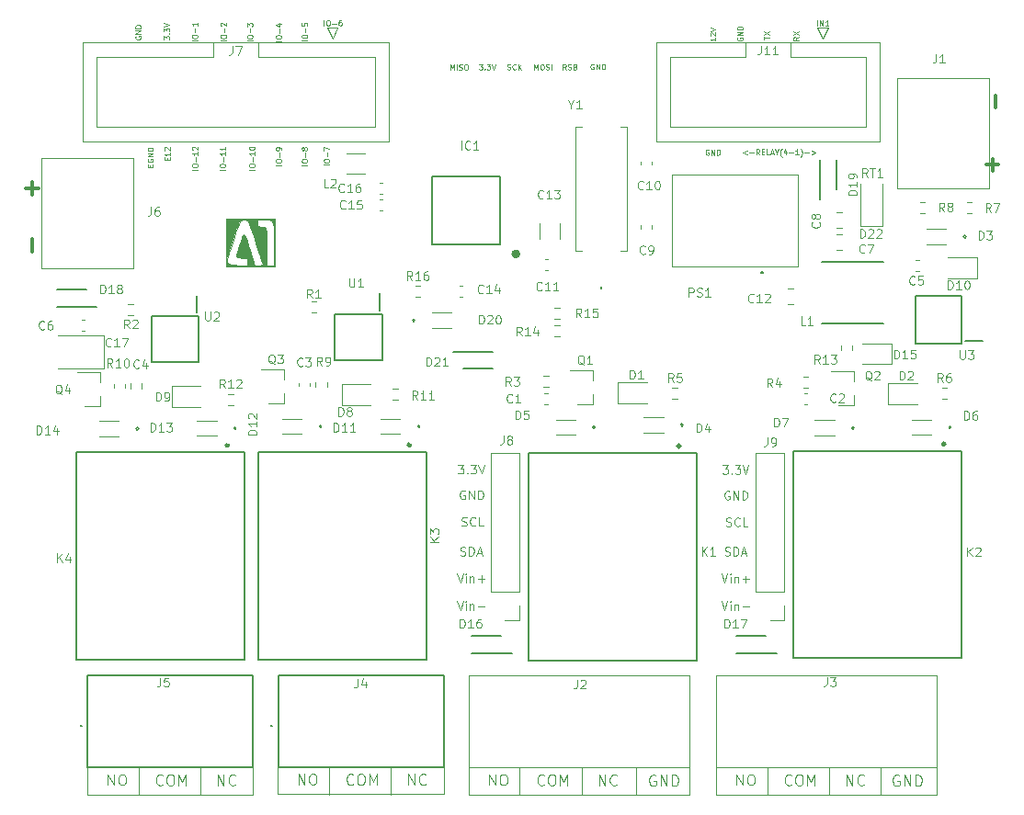
<source format=gbr>
%TF.GenerationSoftware,KiCad,Pcbnew,(5.1.10)-1*%
%TF.CreationDate,2021-12-03T15:52:50+05:30*%
%TF.ProjectId,Relay Board 2.0,52656c61-7920-4426-9f61-726420322e30,rev?*%
%TF.SameCoordinates,Original*%
%TF.FileFunction,Legend,Top*%
%TF.FilePolarity,Positive*%
%FSLAX46Y46*%
G04 Gerber Fmt 4.6, Leading zero omitted, Abs format (unit mm)*
G04 Created by KiCad (PCBNEW (5.1.10)-1) date 2021-12-03 15:52:50*
%MOMM*%
%LPD*%
G01*
G04 APERTURE LIST*
%ADD10C,0.100000*%
%ADD11C,0.120000*%
%ADD12C,0.300000*%
%ADD13C,0.010000*%
%ADD14C,0.127000*%
%ADD15C,0.200000*%
%ADD16C,0.400000*%
G04 APERTURE END LIST*
D10*
X166593414Y-59620957D02*
X166212461Y-59763814D01*
X166593414Y-59906671D01*
X166831509Y-59763814D02*
X167212461Y-59763814D01*
X167736271Y-59954290D02*
X167569604Y-59716195D01*
X167450557Y-59954290D02*
X167450557Y-59454290D01*
X167641033Y-59454290D01*
X167688652Y-59478100D01*
X167712461Y-59501909D01*
X167736271Y-59549528D01*
X167736271Y-59620957D01*
X167712461Y-59668576D01*
X167688652Y-59692385D01*
X167641033Y-59716195D01*
X167450557Y-59716195D01*
X167950557Y-59692385D02*
X168117223Y-59692385D01*
X168188652Y-59954290D02*
X167950557Y-59954290D01*
X167950557Y-59454290D01*
X168188652Y-59454290D01*
X168641033Y-59954290D02*
X168402938Y-59954290D01*
X168402938Y-59454290D01*
X168783890Y-59811433D02*
X169021985Y-59811433D01*
X168736271Y-59954290D02*
X168902938Y-59454290D01*
X169069604Y-59954290D01*
X169331509Y-59716195D02*
X169331509Y-59954290D01*
X169164842Y-59454290D02*
X169331509Y-59716195D01*
X169498176Y-59454290D01*
X169807700Y-60144766D02*
X169783890Y-60120957D01*
X169736271Y-60049528D01*
X169712461Y-60001909D01*
X169688652Y-59930480D01*
X169664842Y-59811433D01*
X169664842Y-59716195D01*
X169688652Y-59597147D01*
X169712461Y-59525719D01*
X169736271Y-59478100D01*
X169783890Y-59406671D01*
X169807700Y-59382861D01*
X170212461Y-59620957D02*
X170212461Y-59954290D01*
X170093414Y-59430480D02*
X169974366Y-59787623D01*
X170283890Y-59787623D01*
X170474366Y-59763814D02*
X170855319Y-59763814D01*
X171355319Y-59954290D02*
X171069604Y-59954290D01*
X171212461Y-59954290D02*
X171212461Y-59454290D01*
X171164842Y-59525719D01*
X171117223Y-59573338D01*
X171069604Y-59597147D01*
X171521985Y-60144766D02*
X171545795Y-60120957D01*
X171593414Y-60049528D01*
X171617223Y-60001909D01*
X171641033Y-59930480D01*
X171664842Y-59811433D01*
X171664842Y-59716195D01*
X171641033Y-59597147D01*
X171617223Y-59525719D01*
X171593414Y-59478100D01*
X171545795Y-59406671D01*
X171521985Y-59382861D01*
X171902938Y-59763814D02*
X172283890Y-59763814D01*
X172521985Y-59620957D02*
X172902938Y-59763814D01*
X172521985Y-59906671D01*
X163068047Y-59490800D02*
X163020428Y-59466990D01*
X162949000Y-59466990D01*
X162877571Y-59490800D01*
X162829952Y-59538419D01*
X162806142Y-59586038D01*
X162782333Y-59681276D01*
X162782333Y-59752704D01*
X162806142Y-59847942D01*
X162829952Y-59895561D01*
X162877571Y-59943180D01*
X162949000Y-59966990D01*
X162996619Y-59966990D01*
X163068047Y-59943180D01*
X163091857Y-59919371D01*
X163091857Y-59752704D01*
X162996619Y-59752704D01*
X163306142Y-59966990D02*
X163306142Y-59466990D01*
X163591857Y-59966990D01*
X163591857Y-59466990D01*
X163829952Y-59966990D02*
X163829952Y-59466990D01*
X163949000Y-59466990D01*
X164020428Y-59490800D01*
X164068047Y-59538419D01*
X164091857Y-59586038D01*
X164115666Y-59681276D01*
X164115666Y-59752704D01*
X164091857Y-59847942D01*
X164068047Y-59895561D01*
X164020428Y-59943180D01*
X163949000Y-59966990D01*
X163829952Y-59966990D01*
X173083600Y-48054390D02*
X173083600Y-47554390D01*
X173321695Y-48054390D02*
X173321695Y-47554390D01*
X173607409Y-48054390D01*
X173607409Y-47554390D01*
X174107409Y-48054390D02*
X173821695Y-48054390D01*
X173964552Y-48054390D02*
X173964552Y-47554390D01*
X173916933Y-47625819D01*
X173869314Y-47673438D01*
X173821695Y-47697247D01*
X171371390Y-49105333D02*
X171133295Y-49272000D01*
X171371390Y-49391047D02*
X170871390Y-49391047D01*
X170871390Y-49200571D01*
X170895200Y-49152952D01*
X170919009Y-49129142D01*
X170966628Y-49105333D01*
X171038057Y-49105333D01*
X171085676Y-49129142D01*
X171109485Y-49152952D01*
X171133295Y-49200571D01*
X171133295Y-49391047D01*
X170871390Y-48938666D02*
X171371390Y-48605333D01*
X170871390Y-48605333D02*
X171371390Y-48938666D01*
X168153590Y-49352152D02*
X168153590Y-49066438D01*
X168653590Y-49209295D02*
X168153590Y-49209295D01*
X168153590Y-48947390D02*
X168653590Y-48614057D01*
X168153590Y-48614057D02*
X168653590Y-48947390D01*
X165713600Y-49174352D02*
X165689790Y-49221971D01*
X165689790Y-49293400D01*
X165713600Y-49364828D01*
X165761219Y-49412447D01*
X165808838Y-49436257D01*
X165904076Y-49460066D01*
X165975504Y-49460066D01*
X166070742Y-49436257D01*
X166118361Y-49412447D01*
X166165980Y-49364828D01*
X166189790Y-49293400D01*
X166189790Y-49245780D01*
X166165980Y-49174352D01*
X166142171Y-49150542D01*
X165975504Y-49150542D01*
X165975504Y-49245780D01*
X166189790Y-48936257D02*
X165689790Y-48936257D01*
X166189790Y-48650542D01*
X165689790Y-48650542D01*
X166189790Y-48412447D02*
X165689790Y-48412447D01*
X165689790Y-48293400D01*
X165713600Y-48221971D01*
X165761219Y-48174352D01*
X165808838Y-48150542D01*
X165904076Y-48126733D01*
X165975504Y-48126733D01*
X166070742Y-48150542D01*
X166118361Y-48174352D01*
X166165980Y-48221971D01*
X166189790Y-48293400D01*
X166189790Y-48412447D01*
X163700590Y-49179123D02*
X163700590Y-49464838D01*
X163700590Y-49321980D02*
X163200590Y-49321980D01*
X163272019Y-49369600D01*
X163319638Y-49417219D01*
X163343447Y-49464838D01*
X163248209Y-48988647D02*
X163224400Y-48964838D01*
X163200590Y-48917219D01*
X163200590Y-48798171D01*
X163224400Y-48750552D01*
X163248209Y-48726742D01*
X163295828Y-48702933D01*
X163343447Y-48702933D01*
X163414876Y-48726742D01*
X163700590Y-49012457D01*
X163700590Y-48702933D01*
X163200590Y-48560076D02*
X163700590Y-48393409D01*
X163200590Y-48226742D01*
X128115190Y-60880523D02*
X127615190Y-60880523D01*
X127615190Y-60547190D02*
X127615190Y-60451952D01*
X127639000Y-60404333D01*
X127686619Y-60356714D01*
X127781857Y-60332904D01*
X127948523Y-60332904D01*
X128043761Y-60356714D01*
X128091380Y-60404333D01*
X128115190Y-60451952D01*
X128115190Y-60547190D01*
X128091380Y-60594809D01*
X128043761Y-60642428D01*
X127948523Y-60666238D01*
X127781857Y-60666238D01*
X127686619Y-60642428D01*
X127639000Y-60594809D01*
X127615190Y-60547190D01*
X127924714Y-60118619D02*
X127924714Y-59737666D01*
X127615190Y-59547190D02*
X127615190Y-59213857D01*
X128115190Y-59428142D01*
X126083190Y-60905923D02*
X125583190Y-60905923D01*
X125583190Y-60572590D02*
X125583190Y-60477352D01*
X125607000Y-60429733D01*
X125654619Y-60382114D01*
X125749857Y-60358304D01*
X125916523Y-60358304D01*
X126011761Y-60382114D01*
X126059380Y-60429733D01*
X126083190Y-60477352D01*
X126083190Y-60572590D01*
X126059380Y-60620209D01*
X126011761Y-60667828D01*
X125916523Y-60691638D01*
X125749857Y-60691638D01*
X125654619Y-60667828D01*
X125607000Y-60620209D01*
X125583190Y-60572590D01*
X125892714Y-60144019D02*
X125892714Y-59763066D01*
X125797476Y-59453542D02*
X125773666Y-59501161D01*
X125749857Y-59524971D01*
X125702238Y-59548780D01*
X125678428Y-59548780D01*
X125630809Y-59524971D01*
X125607000Y-59501161D01*
X125583190Y-59453542D01*
X125583190Y-59358304D01*
X125607000Y-59310685D01*
X125630809Y-59286876D01*
X125678428Y-59263066D01*
X125702238Y-59263066D01*
X125749857Y-59286876D01*
X125773666Y-59310685D01*
X125797476Y-59358304D01*
X125797476Y-59453542D01*
X125821285Y-59501161D01*
X125845095Y-59524971D01*
X125892714Y-59548780D01*
X125987952Y-59548780D01*
X126035571Y-59524971D01*
X126059380Y-59501161D01*
X126083190Y-59453542D01*
X126083190Y-59358304D01*
X126059380Y-59310685D01*
X126035571Y-59286876D01*
X125987952Y-59263066D01*
X125892714Y-59263066D01*
X125845095Y-59286876D01*
X125821285Y-59310685D01*
X125797476Y-59358304D01*
X123695590Y-60905923D02*
X123195590Y-60905923D01*
X123195590Y-60572590D02*
X123195590Y-60477352D01*
X123219400Y-60429733D01*
X123267019Y-60382114D01*
X123362257Y-60358304D01*
X123528923Y-60358304D01*
X123624161Y-60382114D01*
X123671780Y-60429733D01*
X123695590Y-60477352D01*
X123695590Y-60572590D01*
X123671780Y-60620209D01*
X123624161Y-60667828D01*
X123528923Y-60691638D01*
X123362257Y-60691638D01*
X123267019Y-60667828D01*
X123219400Y-60620209D01*
X123195590Y-60572590D01*
X123505114Y-60144019D02*
X123505114Y-59763066D01*
X123695590Y-59501161D02*
X123695590Y-59405923D01*
X123671780Y-59358304D01*
X123647971Y-59334495D01*
X123576542Y-59286876D01*
X123481304Y-59263066D01*
X123290828Y-59263066D01*
X123243209Y-59286876D01*
X123219400Y-59310685D01*
X123195590Y-59358304D01*
X123195590Y-59453542D01*
X123219400Y-59501161D01*
X123243209Y-59524971D01*
X123290828Y-59548780D01*
X123409876Y-59548780D01*
X123457495Y-59524971D01*
X123481304Y-59501161D01*
X123505114Y-59453542D01*
X123505114Y-59358304D01*
X123481304Y-59310685D01*
X123457495Y-59286876D01*
X123409876Y-59263066D01*
X121231790Y-61321819D02*
X120731790Y-61321819D01*
X120731790Y-60988485D02*
X120731790Y-60893247D01*
X120755600Y-60845628D01*
X120803219Y-60798009D01*
X120898457Y-60774200D01*
X121065123Y-60774200D01*
X121160361Y-60798009D01*
X121207980Y-60845628D01*
X121231790Y-60893247D01*
X121231790Y-60988485D01*
X121207980Y-61036104D01*
X121160361Y-61083723D01*
X121065123Y-61107533D01*
X120898457Y-61107533D01*
X120803219Y-61083723D01*
X120755600Y-61036104D01*
X120731790Y-60988485D01*
X121041314Y-60559914D02*
X121041314Y-60178961D01*
X121231790Y-59678961D02*
X121231790Y-59964676D01*
X121231790Y-59821819D02*
X120731790Y-59821819D01*
X120803219Y-59869438D01*
X120850838Y-59917057D01*
X120874647Y-59964676D01*
X120731790Y-59369438D02*
X120731790Y-59321819D01*
X120755600Y-59274200D01*
X120779409Y-59250390D01*
X120827028Y-59226580D01*
X120922266Y-59202771D01*
X121041314Y-59202771D01*
X121136552Y-59226580D01*
X121184171Y-59250390D01*
X121207980Y-59274200D01*
X121231790Y-59321819D01*
X121231790Y-59369438D01*
X121207980Y-59417057D01*
X121184171Y-59440866D01*
X121136552Y-59464676D01*
X121041314Y-59488485D01*
X120922266Y-59488485D01*
X120827028Y-59464676D01*
X120779409Y-59440866D01*
X120755600Y-59417057D01*
X120731790Y-59369438D01*
X118539390Y-61347219D02*
X118039390Y-61347219D01*
X118039390Y-61013885D02*
X118039390Y-60918647D01*
X118063200Y-60871028D01*
X118110819Y-60823409D01*
X118206057Y-60799600D01*
X118372723Y-60799600D01*
X118467961Y-60823409D01*
X118515580Y-60871028D01*
X118539390Y-60918647D01*
X118539390Y-61013885D01*
X118515580Y-61061504D01*
X118467961Y-61109123D01*
X118372723Y-61132933D01*
X118206057Y-61132933D01*
X118110819Y-61109123D01*
X118063200Y-61061504D01*
X118039390Y-61013885D01*
X118348914Y-60585314D02*
X118348914Y-60204361D01*
X118539390Y-59704361D02*
X118539390Y-59990076D01*
X118539390Y-59847219D02*
X118039390Y-59847219D01*
X118110819Y-59894838D01*
X118158438Y-59942457D01*
X118182247Y-59990076D01*
X118539390Y-59228171D02*
X118539390Y-59513885D01*
X118539390Y-59371028D02*
X118039390Y-59371028D01*
X118110819Y-59418647D01*
X118158438Y-59466266D01*
X118182247Y-59513885D01*
X115999390Y-61321819D02*
X115499390Y-61321819D01*
X115499390Y-60988485D02*
X115499390Y-60893247D01*
X115523200Y-60845628D01*
X115570819Y-60798009D01*
X115666057Y-60774200D01*
X115832723Y-60774200D01*
X115927961Y-60798009D01*
X115975580Y-60845628D01*
X115999390Y-60893247D01*
X115999390Y-60988485D01*
X115975580Y-61036104D01*
X115927961Y-61083723D01*
X115832723Y-61107533D01*
X115666057Y-61107533D01*
X115570819Y-61083723D01*
X115523200Y-61036104D01*
X115499390Y-60988485D01*
X115808914Y-60559914D02*
X115808914Y-60178961D01*
X115999390Y-59678961D02*
X115999390Y-59964676D01*
X115999390Y-59821819D02*
X115499390Y-59821819D01*
X115570819Y-59869438D01*
X115618438Y-59917057D01*
X115642247Y-59964676D01*
X115547009Y-59488485D02*
X115523200Y-59464676D01*
X115499390Y-59417057D01*
X115499390Y-59298009D01*
X115523200Y-59250390D01*
X115547009Y-59226580D01*
X115594628Y-59202771D01*
X115642247Y-59202771D01*
X115713676Y-59226580D01*
X115999390Y-59512295D01*
X115999390Y-59202771D01*
X111622685Y-61067047D02*
X111622685Y-60900380D01*
X111884590Y-60828952D02*
X111884590Y-61067047D01*
X111384590Y-61067047D01*
X111384590Y-60828952D01*
X111408400Y-60352761D02*
X111384590Y-60400380D01*
X111384590Y-60471809D01*
X111408400Y-60543238D01*
X111456019Y-60590857D01*
X111503638Y-60614666D01*
X111598876Y-60638476D01*
X111670304Y-60638476D01*
X111765542Y-60614666D01*
X111813161Y-60590857D01*
X111860780Y-60543238D01*
X111884590Y-60471809D01*
X111884590Y-60424190D01*
X111860780Y-60352761D01*
X111836971Y-60328952D01*
X111670304Y-60328952D01*
X111670304Y-60424190D01*
X111884590Y-60114666D02*
X111384590Y-60114666D01*
X111884590Y-59828952D01*
X111384590Y-59828952D01*
X111884590Y-59590857D02*
X111384590Y-59590857D01*
X111384590Y-59471809D01*
X111408400Y-59400380D01*
X111456019Y-59352761D01*
X111503638Y-59328952D01*
X111598876Y-59305142D01*
X111670304Y-59305142D01*
X111765542Y-59328952D01*
X111813161Y-59352761D01*
X111860780Y-59400380D01*
X111884590Y-59471809D01*
X111884590Y-59590857D01*
X113172085Y-60451133D02*
X113172085Y-60284466D01*
X113433990Y-60213038D02*
X113433990Y-60451133D01*
X112933990Y-60451133D01*
X112933990Y-60213038D01*
X113433990Y-59736847D02*
X113433990Y-60022561D01*
X113433990Y-59879704D02*
X112933990Y-59879704D01*
X113005419Y-59927323D01*
X113053038Y-59974942D01*
X113076847Y-60022561D01*
X112981609Y-59546371D02*
X112957800Y-59522561D01*
X112933990Y-59474942D01*
X112933990Y-59355895D01*
X112957800Y-59308276D01*
X112981609Y-59284466D01*
X113029228Y-59260657D01*
X113076847Y-59260657D01*
X113148276Y-59284466D01*
X113433990Y-59570180D01*
X113433990Y-59260657D01*
X127632276Y-48046790D02*
X127632276Y-47546790D01*
X127965609Y-47546790D02*
X128060847Y-47546790D01*
X128108466Y-47570600D01*
X128156085Y-47618219D01*
X128179895Y-47713457D01*
X128179895Y-47880123D01*
X128156085Y-47975361D01*
X128108466Y-48022980D01*
X128060847Y-48046790D01*
X127965609Y-48046790D01*
X127917990Y-48022980D01*
X127870371Y-47975361D01*
X127846561Y-47880123D01*
X127846561Y-47713457D01*
X127870371Y-47618219D01*
X127917990Y-47570600D01*
X127965609Y-47546790D01*
X128394180Y-47856314D02*
X128775133Y-47856314D01*
X129227514Y-47546790D02*
X129132276Y-47546790D01*
X129084657Y-47570600D01*
X129060847Y-47594409D01*
X129013228Y-47665838D01*
X128989419Y-47761076D01*
X128989419Y-47951552D01*
X129013228Y-47999171D01*
X129037038Y-48022980D01*
X129084657Y-48046790D01*
X129179895Y-48046790D01*
X129227514Y-48022980D01*
X129251323Y-47999171D01*
X129275133Y-47951552D01*
X129275133Y-47832504D01*
X129251323Y-47784885D01*
X129227514Y-47761076D01*
X129179895Y-47737266D01*
X129084657Y-47737266D01*
X129037038Y-47761076D01*
X129013228Y-47784885D01*
X128989419Y-47832504D01*
X126083190Y-49425123D02*
X125583190Y-49425123D01*
X125583190Y-49091790D02*
X125583190Y-48996552D01*
X125607000Y-48948933D01*
X125654619Y-48901314D01*
X125749857Y-48877504D01*
X125916523Y-48877504D01*
X126011761Y-48901314D01*
X126059380Y-48948933D01*
X126083190Y-48996552D01*
X126083190Y-49091790D01*
X126059380Y-49139409D01*
X126011761Y-49187028D01*
X125916523Y-49210838D01*
X125749857Y-49210838D01*
X125654619Y-49187028D01*
X125607000Y-49139409D01*
X125583190Y-49091790D01*
X125892714Y-48663219D02*
X125892714Y-48282266D01*
X125583190Y-47806076D02*
X125583190Y-48044171D01*
X125821285Y-48067980D01*
X125797476Y-48044171D01*
X125773666Y-47996552D01*
X125773666Y-47877504D01*
X125797476Y-47829885D01*
X125821285Y-47806076D01*
X125868904Y-47782266D01*
X125987952Y-47782266D01*
X126035571Y-47806076D01*
X126059380Y-47829885D01*
X126083190Y-47877504D01*
X126083190Y-47996552D01*
X126059380Y-48044171D01*
X126035571Y-48067980D01*
X123687990Y-49481923D02*
X123187990Y-49481923D01*
X123187990Y-49148590D02*
X123187990Y-49053352D01*
X123211800Y-49005733D01*
X123259419Y-48958114D01*
X123354657Y-48934304D01*
X123521323Y-48934304D01*
X123616561Y-48958114D01*
X123664180Y-49005733D01*
X123687990Y-49053352D01*
X123687990Y-49148590D01*
X123664180Y-49196209D01*
X123616561Y-49243828D01*
X123521323Y-49267638D01*
X123354657Y-49267638D01*
X123259419Y-49243828D01*
X123211800Y-49196209D01*
X123187990Y-49148590D01*
X123497514Y-48720019D02*
X123497514Y-48339066D01*
X123354657Y-47886685D02*
X123687990Y-47886685D01*
X123164180Y-48005733D02*
X123521323Y-48124780D01*
X123521323Y-47815257D01*
X121046390Y-49456523D02*
X120546390Y-49456523D01*
X120546390Y-49123190D02*
X120546390Y-49027952D01*
X120570200Y-48980333D01*
X120617819Y-48932714D01*
X120713057Y-48908904D01*
X120879723Y-48908904D01*
X120974961Y-48932714D01*
X121022580Y-48980333D01*
X121046390Y-49027952D01*
X121046390Y-49123190D01*
X121022580Y-49170809D01*
X120974961Y-49218428D01*
X120879723Y-49242238D01*
X120713057Y-49242238D01*
X120617819Y-49218428D01*
X120570200Y-49170809D01*
X120546390Y-49123190D01*
X120855914Y-48694619D02*
X120855914Y-48313666D01*
X120546390Y-48123190D02*
X120546390Y-47813666D01*
X120736866Y-47980333D01*
X120736866Y-47908904D01*
X120760676Y-47861285D01*
X120784485Y-47837476D01*
X120832104Y-47813666D01*
X120951152Y-47813666D01*
X120998771Y-47837476D01*
X121022580Y-47861285D01*
X121046390Y-47908904D01*
X121046390Y-48051761D01*
X121022580Y-48099380D01*
X120998771Y-48123190D01*
X118607990Y-49431123D02*
X118107990Y-49431123D01*
X118107990Y-49097790D02*
X118107990Y-49002552D01*
X118131800Y-48954933D01*
X118179419Y-48907314D01*
X118274657Y-48883504D01*
X118441323Y-48883504D01*
X118536561Y-48907314D01*
X118584180Y-48954933D01*
X118607990Y-49002552D01*
X118607990Y-49097790D01*
X118584180Y-49145409D01*
X118536561Y-49193028D01*
X118441323Y-49216838D01*
X118274657Y-49216838D01*
X118179419Y-49193028D01*
X118131800Y-49145409D01*
X118107990Y-49097790D01*
X118417514Y-48669219D02*
X118417514Y-48288266D01*
X118155609Y-48073980D02*
X118131800Y-48050171D01*
X118107990Y-48002552D01*
X118107990Y-47883504D01*
X118131800Y-47835885D01*
X118155609Y-47812076D01*
X118203228Y-47788266D01*
X118250847Y-47788266D01*
X118322276Y-47812076D01*
X118607990Y-48097790D01*
X118607990Y-47788266D01*
X115966390Y-49431123D02*
X115466390Y-49431123D01*
X115466390Y-49097790D02*
X115466390Y-49002552D01*
X115490200Y-48954933D01*
X115537819Y-48907314D01*
X115633057Y-48883504D01*
X115799723Y-48883504D01*
X115894961Y-48907314D01*
X115942580Y-48954933D01*
X115966390Y-49002552D01*
X115966390Y-49097790D01*
X115942580Y-49145409D01*
X115894961Y-49193028D01*
X115799723Y-49216838D01*
X115633057Y-49216838D01*
X115537819Y-49193028D01*
X115490200Y-49145409D01*
X115466390Y-49097790D01*
X115775914Y-48669219D02*
X115775914Y-48288266D01*
X115966390Y-47788266D02*
X115966390Y-48073980D01*
X115966390Y-47931123D02*
X115466390Y-47931123D01*
X115537819Y-47978742D01*
X115585438Y-48026361D01*
X115609247Y-48073980D01*
X112883190Y-49328295D02*
X112883190Y-49018771D01*
X113073666Y-49185438D01*
X113073666Y-49114009D01*
X113097476Y-49066390D01*
X113121285Y-49042580D01*
X113168904Y-49018771D01*
X113287952Y-49018771D01*
X113335571Y-49042580D01*
X113359380Y-49066390D01*
X113383190Y-49114009D01*
X113383190Y-49256866D01*
X113359380Y-49304485D01*
X113335571Y-49328295D01*
X113335571Y-48804485D02*
X113359380Y-48780676D01*
X113383190Y-48804485D01*
X113359380Y-48828295D01*
X113335571Y-48804485D01*
X113383190Y-48804485D01*
X112883190Y-48614009D02*
X112883190Y-48304485D01*
X113073666Y-48471152D01*
X113073666Y-48399723D01*
X113097476Y-48352104D01*
X113121285Y-48328295D01*
X113168904Y-48304485D01*
X113287952Y-48304485D01*
X113335571Y-48328295D01*
X113359380Y-48352104D01*
X113383190Y-48399723D01*
X113383190Y-48542580D01*
X113359380Y-48590200D01*
X113335571Y-48614009D01*
X112883190Y-48161628D02*
X113383190Y-47994961D01*
X112883190Y-47828295D01*
X110290800Y-49047352D02*
X110266990Y-49094971D01*
X110266990Y-49166400D01*
X110290800Y-49237828D01*
X110338419Y-49285447D01*
X110386038Y-49309257D01*
X110481276Y-49333066D01*
X110552704Y-49333066D01*
X110647942Y-49309257D01*
X110695561Y-49285447D01*
X110743180Y-49237828D01*
X110766990Y-49166400D01*
X110766990Y-49118780D01*
X110743180Y-49047352D01*
X110719371Y-49023542D01*
X110552704Y-49023542D01*
X110552704Y-49118780D01*
X110766990Y-48809257D02*
X110266990Y-48809257D01*
X110766990Y-48523542D01*
X110266990Y-48523542D01*
X110766990Y-48285447D02*
X110266990Y-48285447D01*
X110266990Y-48166400D01*
X110290800Y-48094971D01*
X110338419Y-48047352D01*
X110386038Y-48023542D01*
X110481276Y-47999733D01*
X110552704Y-47999733D01*
X110647942Y-48023542D01*
X110695561Y-48047352D01*
X110743180Y-48094971D01*
X110766990Y-48166400D01*
X110766990Y-48285447D01*
X164268314Y-101111104D02*
X164534980Y-101911104D01*
X164801647Y-101111104D01*
X165068314Y-101911104D02*
X165068314Y-101377771D01*
X165068314Y-101111104D02*
X165030219Y-101149200D01*
X165068314Y-101187295D01*
X165106409Y-101149200D01*
X165068314Y-101111104D01*
X165068314Y-101187295D01*
X165449266Y-101377771D02*
X165449266Y-101911104D01*
X165449266Y-101453961D02*
X165487361Y-101415866D01*
X165563552Y-101377771D01*
X165677838Y-101377771D01*
X165754028Y-101415866D01*
X165792123Y-101492057D01*
X165792123Y-101911104D01*
X166173076Y-101606342D02*
X166782600Y-101606342D01*
X164268314Y-98571104D02*
X164534980Y-99371104D01*
X164801647Y-98571104D01*
X165068314Y-99371104D02*
X165068314Y-98837771D01*
X165068314Y-98571104D02*
X165030219Y-98609200D01*
X165068314Y-98647295D01*
X165106409Y-98609200D01*
X165068314Y-98571104D01*
X165068314Y-98647295D01*
X165449266Y-98837771D02*
X165449266Y-99371104D01*
X165449266Y-98913961D02*
X165487361Y-98875866D01*
X165563552Y-98837771D01*
X165677838Y-98837771D01*
X165754028Y-98875866D01*
X165792123Y-98952057D01*
X165792123Y-99371104D01*
X166173076Y-99066342D02*
X166782600Y-99066342D01*
X166477838Y-99371104D02*
X166477838Y-98761580D01*
X164560371Y-96869209D02*
X164674657Y-96907304D01*
X164865133Y-96907304D01*
X164941323Y-96869209D01*
X164979419Y-96831114D01*
X165017514Y-96754923D01*
X165017514Y-96678733D01*
X164979419Y-96602542D01*
X164941323Y-96564447D01*
X164865133Y-96526352D01*
X164712752Y-96488257D01*
X164636561Y-96450161D01*
X164598466Y-96412066D01*
X164560371Y-96335876D01*
X164560371Y-96259685D01*
X164598466Y-96183495D01*
X164636561Y-96145400D01*
X164712752Y-96107304D01*
X164903228Y-96107304D01*
X165017514Y-96145400D01*
X165360371Y-96907304D02*
X165360371Y-96107304D01*
X165550847Y-96107304D01*
X165665133Y-96145400D01*
X165741323Y-96221590D01*
X165779419Y-96297780D01*
X165817514Y-96450161D01*
X165817514Y-96564447D01*
X165779419Y-96716828D01*
X165741323Y-96793019D01*
X165665133Y-96869209D01*
X165550847Y-96907304D01*
X165360371Y-96907304D01*
X166122276Y-96678733D02*
X166503228Y-96678733D01*
X166046085Y-96907304D02*
X166312752Y-96107304D01*
X166579419Y-96907304D01*
X164681019Y-94151409D02*
X164795304Y-94189504D01*
X164985780Y-94189504D01*
X165061971Y-94151409D01*
X165100066Y-94113314D01*
X165138161Y-94037123D01*
X165138161Y-93960933D01*
X165100066Y-93884742D01*
X165061971Y-93846647D01*
X164985780Y-93808552D01*
X164833400Y-93770457D01*
X164757209Y-93732361D01*
X164719114Y-93694266D01*
X164681019Y-93618076D01*
X164681019Y-93541885D01*
X164719114Y-93465695D01*
X164757209Y-93427600D01*
X164833400Y-93389504D01*
X165023876Y-93389504D01*
X165138161Y-93427600D01*
X165938161Y-94113314D02*
X165900066Y-94151409D01*
X165785780Y-94189504D01*
X165709590Y-94189504D01*
X165595304Y-94151409D01*
X165519114Y-94075219D01*
X165481019Y-93999028D01*
X165442923Y-93846647D01*
X165442923Y-93732361D01*
X165481019Y-93579980D01*
X165519114Y-93503790D01*
X165595304Y-93427600D01*
X165709590Y-93389504D01*
X165785780Y-93389504D01*
X165900066Y-93427600D01*
X165938161Y-93465695D01*
X166661971Y-94189504D02*
X166281019Y-94189504D01*
X166281019Y-93389504D01*
X164350847Y-88563504D02*
X164846085Y-88563504D01*
X164579419Y-88868266D01*
X164693704Y-88868266D01*
X164769895Y-88906361D01*
X164807990Y-88944457D01*
X164846085Y-89020647D01*
X164846085Y-89211123D01*
X164807990Y-89287314D01*
X164769895Y-89325409D01*
X164693704Y-89363504D01*
X164465133Y-89363504D01*
X164388942Y-89325409D01*
X164350847Y-89287314D01*
X165188942Y-89287314D02*
X165227038Y-89325409D01*
X165188942Y-89363504D01*
X165150847Y-89325409D01*
X165188942Y-89287314D01*
X165188942Y-89363504D01*
X165493704Y-88563504D02*
X165988942Y-88563504D01*
X165722276Y-88868266D01*
X165836561Y-88868266D01*
X165912752Y-88906361D01*
X165950847Y-88944457D01*
X165988942Y-89020647D01*
X165988942Y-89211123D01*
X165950847Y-89287314D01*
X165912752Y-89325409D01*
X165836561Y-89363504D01*
X165607990Y-89363504D01*
X165531800Y-89325409D01*
X165493704Y-89287314D01*
X166217514Y-88563504D02*
X166484180Y-89363504D01*
X166750847Y-88563504D01*
X164973076Y-90963800D02*
X164896885Y-90925704D01*
X164782600Y-90925704D01*
X164668314Y-90963800D01*
X164592123Y-91039990D01*
X164554028Y-91116180D01*
X164515933Y-91268561D01*
X164515933Y-91382847D01*
X164554028Y-91535228D01*
X164592123Y-91611419D01*
X164668314Y-91687609D01*
X164782600Y-91725704D01*
X164858790Y-91725704D01*
X164973076Y-91687609D01*
X165011171Y-91649514D01*
X165011171Y-91382847D01*
X164858790Y-91382847D01*
X165354028Y-91725704D02*
X165354028Y-90925704D01*
X165811171Y-91725704D01*
X165811171Y-90925704D01*
X166192123Y-91725704D02*
X166192123Y-90925704D01*
X166382600Y-90925704D01*
X166496885Y-90963800D01*
X166573076Y-91039990D01*
X166611171Y-91116180D01*
X166649266Y-91268561D01*
X166649266Y-91382847D01*
X166611171Y-91535228D01*
X166573076Y-91611419D01*
X166496885Y-91687609D01*
X166382600Y-91725704D01*
X166192123Y-91725704D01*
X139909714Y-101085704D02*
X140176380Y-101885704D01*
X140443047Y-101085704D01*
X140709714Y-101885704D02*
X140709714Y-101352371D01*
X140709714Y-101085704D02*
X140671619Y-101123800D01*
X140709714Y-101161895D01*
X140747809Y-101123800D01*
X140709714Y-101085704D01*
X140709714Y-101161895D01*
X141090666Y-101352371D02*
X141090666Y-101885704D01*
X141090666Y-101428561D02*
X141128761Y-101390466D01*
X141204952Y-101352371D01*
X141319238Y-101352371D01*
X141395428Y-101390466D01*
X141433523Y-101466657D01*
X141433523Y-101885704D01*
X141814476Y-101580942D02*
X142424000Y-101580942D01*
X139909714Y-98545704D02*
X140176380Y-99345704D01*
X140443047Y-98545704D01*
X140709714Y-99345704D02*
X140709714Y-98812371D01*
X140709714Y-98545704D02*
X140671619Y-98583800D01*
X140709714Y-98621895D01*
X140747809Y-98583800D01*
X140709714Y-98545704D01*
X140709714Y-98621895D01*
X141090666Y-98812371D02*
X141090666Y-99345704D01*
X141090666Y-98888561D02*
X141128761Y-98850466D01*
X141204952Y-98812371D01*
X141319238Y-98812371D01*
X141395428Y-98850466D01*
X141433523Y-98926657D01*
X141433523Y-99345704D01*
X141814476Y-99040942D02*
X142424000Y-99040942D01*
X142119238Y-99345704D02*
X142119238Y-98736180D01*
X140201771Y-96843809D02*
X140316057Y-96881904D01*
X140506533Y-96881904D01*
X140582723Y-96843809D01*
X140620819Y-96805714D01*
X140658914Y-96729523D01*
X140658914Y-96653333D01*
X140620819Y-96577142D01*
X140582723Y-96539047D01*
X140506533Y-96500952D01*
X140354152Y-96462857D01*
X140277961Y-96424761D01*
X140239866Y-96386666D01*
X140201771Y-96310476D01*
X140201771Y-96234285D01*
X140239866Y-96158095D01*
X140277961Y-96120000D01*
X140354152Y-96081904D01*
X140544628Y-96081904D01*
X140658914Y-96120000D01*
X141001771Y-96881904D02*
X141001771Y-96081904D01*
X141192247Y-96081904D01*
X141306533Y-96120000D01*
X141382723Y-96196190D01*
X141420819Y-96272380D01*
X141458914Y-96424761D01*
X141458914Y-96539047D01*
X141420819Y-96691428D01*
X141382723Y-96767619D01*
X141306533Y-96843809D01*
X141192247Y-96881904D01*
X141001771Y-96881904D01*
X141763676Y-96653333D02*
X142144628Y-96653333D01*
X141687485Y-96881904D02*
X141954152Y-96081904D01*
X142220819Y-96881904D01*
X140322419Y-94126009D02*
X140436704Y-94164104D01*
X140627180Y-94164104D01*
X140703371Y-94126009D01*
X140741466Y-94087914D01*
X140779561Y-94011723D01*
X140779561Y-93935533D01*
X140741466Y-93859342D01*
X140703371Y-93821247D01*
X140627180Y-93783152D01*
X140474800Y-93745057D01*
X140398609Y-93706961D01*
X140360514Y-93668866D01*
X140322419Y-93592676D01*
X140322419Y-93516485D01*
X140360514Y-93440295D01*
X140398609Y-93402200D01*
X140474800Y-93364104D01*
X140665276Y-93364104D01*
X140779561Y-93402200D01*
X141579561Y-94087914D02*
X141541466Y-94126009D01*
X141427180Y-94164104D01*
X141350990Y-94164104D01*
X141236704Y-94126009D01*
X141160514Y-94049819D01*
X141122419Y-93973628D01*
X141084323Y-93821247D01*
X141084323Y-93706961D01*
X141122419Y-93554580D01*
X141160514Y-93478390D01*
X141236704Y-93402200D01*
X141350990Y-93364104D01*
X141427180Y-93364104D01*
X141541466Y-93402200D01*
X141579561Y-93440295D01*
X142303371Y-94164104D02*
X141922419Y-94164104D01*
X141922419Y-93364104D01*
X140614476Y-90938400D02*
X140538285Y-90900304D01*
X140424000Y-90900304D01*
X140309714Y-90938400D01*
X140233523Y-91014590D01*
X140195428Y-91090780D01*
X140157333Y-91243161D01*
X140157333Y-91357447D01*
X140195428Y-91509828D01*
X140233523Y-91586019D01*
X140309714Y-91662209D01*
X140424000Y-91700304D01*
X140500190Y-91700304D01*
X140614476Y-91662209D01*
X140652571Y-91624114D01*
X140652571Y-91357447D01*
X140500190Y-91357447D01*
X140995428Y-91700304D02*
X140995428Y-90900304D01*
X141452571Y-91700304D01*
X141452571Y-90900304D01*
X141833523Y-91700304D02*
X141833523Y-90900304D01*
X142024000Y-90900304D01*
X142138285Y-90938400D01*
X142214476Y-91014590D01*
X142252571Y-91090780D01*
X142290666Y-91243161D01*
X142290666Y-91357447D01*
X142252571Y-91509828D01*
X142214476Y-91586019D01*
X142138285Y-91662209D01*
X142024000Y-91700304D01*
X141833523Y-91700304D01*
X139992247Y-88538104D02*
X140487485Y-88538104D01*
X140220819Y-88842866D01*
X140335104Y-88842866D01*
X140411295Y-88880961D01*
X140449390Y-88919057D01*
X140487485Y-88995247D01*
X140487485Y-89185723D01*
X140449390Y-89261914D01*
X140411295Y-89300009D01*
X140335104Y-89338104D01*
X140106533Y-89338104D01*
X140030342Y-89300009D01*
X139992247Y-89261914D01*
X140830342Y-89261914D02*
X140868438Y-89300009D01*
X140830342Y-89338104D01*
X140792247Y-89300009D01*
X140830342Y-89261914D01*
X140830342Y-89338104D01*
X141135104Y-88538104D02*
X141630342Y-88538104D01*
X141363676Y-88842866D01*
X141477961Y-88842866D01*
X141554152Y-88880961D01*
X141592247Y-88919057D01*
X141630342Y-88995247D01*
X141630342Y-89185723D01*
X141592247Y-89261914D01*
X141554152Y-89300009D01*
X141477961Y-89338104D01*
X141249390Y-89338104D01*
X141173200Y-89300009D01*
X141135104Y-89261914D01*
X141858914Y-88538104D02*
X142125580Y-89338104D01*
X142392247Y-88538104D01*
D11*
X138658600Y-116281200D02*
X138658600Y-118872000D01*
X121081800Y-116332000D02*
X121081800Y-118922800D01*
X178866800Y-116433600D02*
X178866800Y-118922800D01*
X178993800Y-118922800D02*
X184073800Y-118922800D01*
D10*
X180594095Y-117152800D02*
X180498857Y-117105180D01*
X180356000Y-117105180D01*
X180213142Y-117152800D01*
X180117904Y-117248038D01*
X180070285Y-117343276D01*
X180022666Y-117533752D01*
X180022666Y-117676609D01*
X180070285Y-117867085D01*
X180117904Y-117962323D01*
X180213142Y-118057561D01*
X180356000Y-118105180D01*
X180451238Y-118105180D01*
X180594095Y-118057561D01*
X180641714Y-118009942D01*
X180641714Y-117676609D01*
X180451238Y-117676609D01*
X181070285Y-118105180D02*
X181070285Y-117105180D01*
X181641714Y-118105180D01*
X181641714Y-117105180D01*
X182117904Y-118105180D02*
X182117904Y-117105180D01*
X182356000Y-117105180D01*
X182498857Y-117152800D01*
X182594095Y-117248038D01*
X182641714Y-117343276D01*
X182689333Y-117533752D01*
X182689333Y-117676609D01*
X182641714Y-117867085D01*
X182594095Y-117962323D01*
X182498857Y-118057561D01*
X182356000Y-118105180D01*
X182117904Y-118105180D01*
X158165895Y-117152800D02*
X158070657Y-117105180D01*
X157927800Y-117105180D01*
X157784942Y-117152800D01*
X157689704Y-117248038D01*
X157642085Y-117343276D01*
X157594466Y-117533752D01*
X157594466Y-117676609D01*
X157642085Y-117867085D01*
X157689704Y-117962323D01*
X157784942Y-118057561D01*
X157927800Y-118105180D01*
X158023038Y-118105180D01*
X158165895Y-118057561D01*
X158213514Y-118009942D01*
X158213514Y-117676609D01*
X158023038Y-117676609D01*
X158642085Y-118105180D02*
X158642085Y-117105180D01*
X159213514Y-118105180D01*
X159213514Y-117105180D01*
X159689704Y-118105180D02*
X159689704Y-117105180D01*
X159927800Y-117105180D01*
X160070657Y-117152800D01*
X160165895Y-117248038D01*
X160213514Y-117343276D01*
X160261133Y-117533752D01*
X160261133Y-117676609D01*
X160213514Y-117867085D01*
X160165895Y-117962323D01*
X160070657Y-118057561D01*
X159927800Y-118105180D01*
X159689704Y-118105180D01*
D11*
X156413200Y-116408200D02*
X156413200Y-118948200D01*
X156184600Y-118922800D02*
X161264600Y-118922800D01*
X184073800Y-116357400D02*
X184073800Y-118922800D01*
X161264600Y-116357400D02*
X161264600Y-118922800D01*
X168452800Y-116433600D02*
X168452800Y-118948200D01*
X174167800Y-116433600D02*
X174167800Y-118948200D01*
X163753800Y-116408200D02*
X163753800Y-118922800D01*
X163753800Y-118922800D02*
X178993800Y-118922800D01*
D10*
X165627476Y-118042380D02*
X165627476Y-117042380D01*
X166198904Y-118042380D01*
X166198904Y-117042380D01*
X166865571Y-117042380D02*
X167056047Y-117042380D01*
X167151285Y-117090000D01*
X167246523Y-117185238D01*
X167294142Y-117375714D01*
X167294142Y-117709047D01*
X167246523Y-117899523D01*
X167151285Y-117994761D01*
X167056047Y-118042380D01*
X166865571Y-118042380D01*
X166770333Y-117994761D01*
X166675095Y-117899523D01*
X166627476Y-117709047D01*
X166627476Y-117375714D01*
X166675095Y-117185238D01*
X166770333Y-117090000D01*
X166865571Y-117042380D01*
X175746285Y-118062380D02*
X175746285Y-117062380D01*
X176317714Y-118062380D01*
X176317714Y-117062380D01*
X177365333Y-117967142D02*
X177317714Y-118014761D01*
X177174857Y-118062380D01*
X177079619Y-118062380D01*
X176936761Y-118014761D01*
X176841523Y-117919523D01*
X176793904Y-117824285D01*
X176746285Y-117633809D01*
X176746285Y-117490952D01*
X176793904Y-117300476D01*
X176841523Y-117205238D01*
X176936761Y-117110000D01*
X177079619Y-117062380D01*
X177174857Y-117062380D01*
X177317714Y-117110000D01*
X177365333Y-117157619D01*
X170686285Y-117967142D02*
X170638666Y-118014761D01*
X170495809Y-118062380D01*
X170400571Y-118062380D01*
X170257714Y-118014761D01*
X170162476Y-117919523D01*
X170114857Y-117824285D01*
X170067238Y-117633809D01*
X170067238Y-117490952D01*
X170114857Y-117300476D01*
X170162476Y-117205238D01*
X170257714Y-117110000D01*
X170400571Y-117062380D01*
X170495809Y-117062380D01*
X170638666Y-117110000D01*
X170686285Y-117157619D01*
X171305333Y-117062380D02*
X171495809Y-117062380D01*
X171591047Y-117110000D01*
X171686285Y-117205238D01*
X171733904Y-117395714D01*
X171733904Y-117729047D01*
X171686285Y-117919523D01*
X171591047Y-118014761D01*
X171495809Y-118062380D01*
X171305333Y-118062380D01*
X171210095Y-118014761D01*
X171114857Y-117919523D01*
X171067238Y-117729047D01*
X171067238Y-117395714D01*
X171114857Y-117205238D01*
X171210095Y-117110000D01*
X171305333Y-117062380D01*
X172162476Y-118062380D02*
X172162476Y-117062380D01*
X172495809Y-117776666D01*
X172829142Y-117062380D01*
X172829142Y-118062380D01*
D11*
X145669000Y-116408200D02*
X145669000Y-118948200D01*
X151384000Y-116408200D02*
X151384000Y-118948200D01*
X140970000Y-116408200D02*
X140970000Y-118922800D01*
X140970000Y-118922800D02*
X156210000Y-118922800D01*
D10*
X142843676Y-118042380D02*
X142843676Y-117042380D01*
X143415104Y-118042380D01*
X143415104Y-117042380D01*
X144081771Y-117042380D02*
X144272247Y-117042380D01*
X144367485Y-117090000D01*
X144462723Y-117185238D01*
X144510342Y-117375714D01*
X144510342Y-117709047D01*
X144462723Y-117899523D01*
X144367485Y-117994761D01*
X144272247Y-118042380D01*
X144081771Y-118042380D01*
X143986533Y-117994761D01*
X143891295Y-117899523D01*
X143843676Y-117709047D01*
X143843676Y-117375714D01*
X143891295Y-117185238D01*
X143986533Y-117090000D01*
X144081771Y-117042380D01*
X152962485Y-118062380D02*
X152962485Y-117062380D01*
X153533914Y-118062380D01*
X153533914Y-117062380D01*
X154581533Y-117967142D02*
X154533914Y-118014761D01*
X154391057Y-118062380D01*
X154295819Y-118062380D01*
X154152961Y-118014761D01*
X154057723Y-117919523D01*
X154010104Y-117824285D01*
X153962485Y-117633809D01*
X153962485Y-117490952D01*
X154010104Y-117300476D01*
X154057723Y-117205238D01*
X154152961Y-117110000D01*
X154295819Y-117062380D01*
X154391057Y-117062380D01*
X154533914Y-117110000D01*
X154581533Y-117157619D01*
X147902485Y-117967142D02*
X147854866Y-118014761D01*
X147712009Y-118062380D01*
X147616771Y-118062380D01*
X147473914Y-118014761D01*
X147378676Y-117919523D01*
X147331057Y-117824285D01*
X147283438Y-117633809D01*
X147283438Y-117490952D01*
X147331057Y-117300476D01*
X147378676Y-117205238D01*
X147473914Y-117110000D01*
X147616771Y-117062380D01*
X147712009Y-117062380D01*
X147854866Y-117110000D01*
X147902485Y-117157619D01*
X148521533Y-117062380D02*
X148712009Y-117062380D01*
X148807247Y-117110000D01*
X148902485Y-117205238D01*
X148950104Y-117395714D01*
X148950104Y-117729047D01*
X148902485Y-117919523D01*
X148807247Y-118014761D01*
X148712009Y-118062380D01*
X148521533Y-118062380D01*
X148426295Y-118014761D01*
X148331057Y-117919523D01*
X148283438Y-117729047D01*
X148283438Y-117395714D01*
X148331057Y-117205238D01*
X148426295Y-117110000D01*
X148521533Y-117062380D01*
X149378676Y-118062380D02*
X149378676Y-117062380D01*
X149712009Y-117776666D01*
X150045342Y-117062380D01*
X150045342Y-118062380D01*
D11*
X128092200Y-116357400D02*
X128092200Y-118897400D01*
X133807200Y-116357400D02*
X133807200Y-118897400D01*
X123393200Y-116357400D02*
X123393200Y-118872000D01*
X123393200Y-118872000D02*
X138633200Y-118872000D01*
D10*
X125266876Y-117991580D02*
X125266876Y-116991580D01*
X125838304Y-117991580D01*
X125838304Y-116991580D01*
X126504971Y-116991580D02*
X126695447Y-116991580D01*
X126790685Y-117039200D01*
X126885923Y-117134438D01*
X126933542Y-117324914D01*
X126933542Y-117658247D01*
X126885923Y-117848723D01*
X126790685Y-117943961D01*
X126695447Y-117991580D01*
X126504971Y-117991580D01*
X126409733Y-117943961D01*
X126314495Y-117848723D01*
X126266876Y-117658247D01*
X126266876Y-117324914D01*
X126314495Y-117134438D01*
X126409733Y-117039200D01*
X126504971Y-116991580D01*
X135385685Y-118011580D02*
X135385685Y-117011580D01*
X135957114Y-118011580D01*
X135957114Y-117011580D01*
X137004733Y-117916342D02*
X136957114Y-117963961D01*
X136814257Y-118011580D01*
X136719019Y-118011580D01*
X136576161Y-117963961D01*
X136480923Y-117868723D01*
X136433304Y-117773485D01*
X136385685Y-117583009D01*
X136385685Y-117440152D01*
X136433304Y-117249676D01*
X136480923Y-117154438D01*
X136576161Y-117059200D01*
X136719019Y-117011580D01*
X136814257Y-117011580D01*
X136957114Y-117059200D01*
X137004733Y-117106819D01*
X130325685Y-117916342D02*
X130278066Y-117963961D01*
X130135209Y-118011580D01*
X130039971Y-118011580D01*
X129897114Y-117963961D01*
X129801876Y-117868723D01*
X129754257Y-117773485D01*
X129706638Y-117583009D01*
X129706638Y-117440152D01*
X129754257Y-117249676D01*
X129801876Y-117154438D01*
X129897114Y-117059200D01*
X130039971Y-117011580D01*
X130135209Y-117011580D01*
X130278066Y-117059200D01*
X130325685Y-117106819D01*
X130944733Y-117011580D02*
X131135209Y-117011580D01*
X131230447Y-117059200D01*
X131325685Y-117154438D01*
X131373304Y-117344914D01*
X131373304Y-117678247D01*
X131325685Y-117868723D01*
X131230447Y-117963961D01*
X131135209Y-118011580D01*
X130944733Y-118011580D01*
X130849495Y-117963961D01*
X130754257Y-117868723D01*
X130706638Y-117678247D01*
X130706638Y-117344914D01*
X130754257Y-117154438D01*
X130849495Y-117059200D01*
X130944733Y-117011580D01*
X131801876Y-118011580D02*
X131801876Y-117011580D01*
X132135209Y-117725866D01*
X132468542Y-117011580D01*
X132468542Y-118011580D01*
D11*
X116255800Y-116357400D02*
X116255800Y-118948200D01*
X110540800Y-116357400D02*
X110540800Y-118948200D01*
X105841800Y-118922800D02*
X121081800Y-118922800D01*
X105841800Y-116408200D02*
X105841800Y-118922800D01*
D10*
X107715476Y-118042380D02*
X107715476Y-117042380D01*
X108286904Y-118042380D01*
X108286904Y-117042380D01*
X108953571Y-117042380D02*
X109144047Y-117042380D01*
X109239285Y-117090000D01*
X109334523Y-117185238D01*
X109382142Y-117375714D01*
X109382142Y-117709047D01*
X109334523Y-117899523D01*
X109239285Y-117994761D01*
X109144047Y-118042380D01*
X108953571Y-118042380D01*
X108858333Y-117994761D01*
X108763095Y-117899523D01*
X108715476Y-117709047D01*
X108715476Y-117375714D01*
X108763095Y-117185238D01*
X108858333Y-117090000D01*
X108953571Y-117042380D01*
X112774285Y-117967142D02*
X112726666Y-118014761D01*
X112583809Y-118062380D01*
X112488571Y-118062380D01*
X112345714Y-118014761D01*
X112250476Y-117919523D01*
X112202857Y-117824285D01*
X112155238Y-117633809D01*
X112155238Y-117490952D01*
X112202857Y-117300476D01*
X112250476Y-117205238D01*
X112345714Y-117110000D01*
X112488571Y-117062380D01*
X112583809Y-117062380D01*
X112726666Y-117110000D01*
X112774285Y-117157619D01*
X113393333Y-117062380D02*
X113583809Y-117062380D01*
X113679047Y-117110000D01*
X113774285Y-117205238D01*
X113821904Y-117395714D01*
X113821904Y-117729047D01*
X113774285Y-117919523D01*
X113679047Y-118014761D01*
X113583809Y-118062380D01*
X113393333Y-118062380D01*
X113298095Y-118014761D01*
X113202857Y-117919523D01*
X113155238Y-117729047D01*
X113155238Y-117395714D01*
X113202857Y-117205238D01*
X113298095Y-117110000D01*
X113393333Y-117062380D01*
X114250476Y-118062380D02*
X114250476Y-117062380D01*
X114583809Y-117776666D01*
X114917142Y-117062380D01*
X114917142Y-118062380D01*
X117834285Y-118062380D02*
X117834285Y-117062380D01*
X118405714Y-118062380D01*
X118405714Y-117062380D01*
X119453333Y-117967142D02*
X119405714Y-118014761D01*
X119262857Y-118062380D01*
X119167619Y-118062380D01*
X119024761Y-118014761D01*
X118929523Y-117919523D01*
X118881904Y-117824285D01*
X118834285Y-117633809D01*
X118834285Y-117490952D01*
X118881904Y-117300476D01*
X118929523Y-117205238D01*
X119024761Y-117110000D01*
X119167619Y-117062380D01*
X119262857Y-117062380D01*
X119405714Y-117110000D01*
X119453333Y-117157619D01*
D12*
X189457142Y-55621428D02*
X189457142Y-54478571D01*
X188618571Y-60887142D02*
X189761428Y-60887142D01*
X189190000Y-61458571D02*
X189190000Y-60315714D01*
X100737142Y-68891428D02*
X100737142Y-67748571D01*
X100188571Y-63057142D02*
X101331428Y-63057142D01*
X100760000Y-63628571D02*
X100760000Y-62485714D01*
D10*
X149916666Y-52111190D02*
X149750000Y-51873095D01*
X149630952Y-52111190D02*
X149630952Y-51611190D01*
X149821428Y-51611190D01*
X149869047Y-51635000D01*
X149892857Y-51658809D01*
X149916666Y-51706428D01*
X149916666Y-51777857D01*
X149892857Y-51825476D01*
X149869047Y-51849285D01*
X149821428Y-51873095D01*
X149630952Y-51873095D01*
X150107142Y-52087380D02*
X150178571Y-52111190D01*
X150297619Y-52111190D01*
X150345238Y-52087380D01*
X150369047Y-52063571D01*
X150392857Y-52015952D01*
X150392857Y-51968333D01*
X150369047Y-51920714D01*
X150345238Y-51896904D01*
X150297619Y-51873095D01*
X150202380Y-51849285D01*
X150154761Y-51825476D01*
X150130952Y-51801666D01*
X150107142Y-51754047D01*
X150107142Y-51706428D01*
X150130952Y-51658809D01*
X150154761Y-51635000D01*
X150202380Y-51611190D01*
X150321428Y-51611190D01*
X150392857Y-51635000D01*
X150773809Y-51849285D02*
X150845238Y-51873095D01*
X150869047Y-51896904D01*
X150892857Y-51944523D01*
X150892857Y-52015952D01*
X150869047Y-52063571D01*
X150845238Y-52087380D01*
X150797619Y-52111190D01*
X150607142Y-52111190D01*
X150607142Y-51611190D01*
X150773809Y-51611190D01*
X150821428Y-51635000D01*
X150845238Y-51658809D01*
X150869047Y-51706428D01*
X150869047Y-51754047D01*
X150845238Y-51801666D01*
X150821428Y-51825476D01*
X150773809Y-51849285D01*
X150607142Y-51849285D01*
X139289285Y-52136190D02*
X139289285Y-51636190D01*
X139455952Y-51993333D01*
X139622619Y-51636190D01*
X139622619Y-52136190D01*
X139860714Y-52136190D02*
X139860714Y-51636190D01*
X140075000Y-52112380D02*
X140146428Y-52136190D01*
X140265476Y-52136190D01*
X140313095Y-52112380D01*
X140336904Y-52088571D01*
X140360714Y-52040952D01*
X140360714Y-51993333D01*
X140336904Y-51945714D01*
X140313095Y-51921904D01*
X140265476Y-51898095D01*
X140170238Y-51874285D01*
X140122619Y-51850476D01*
X140098809Y-51826666D01*
X140075000Y-51779047D01*
X140075000Y-51731428D01*
X140098809Y-51683809D01*
X140122619Y-51660000D01*
X140170238Y-51636190D01*
X140289285Y-51636190D01*
X140360714Y-51660000D01*
X140670238Y-51636190D02*
X140765476Y-51636190D01*
X140813095Y-51660000D01*
X140860714Y-51707619D01*
X140884523Y-51802857D01*
X140884523Y-51969523D01*
X140860714Y-52064761D01*
X140813095Y-52112380D01*
X140765476Y-52136190D01*
X140670238Y-52136190D01*
X140622619Y-52112380D01*
X140575000Y-52064761D01*
X140551190Y-51969523D01*
X140551190Y-51802857D01*
X140575000Y-51707619D01*
X140622619Y-51660000D01*
X140670238Y-51636190D01*
X141911904Y-51611190D02*
X142221428Y-51611190D01*
X142054761Y-51801666D01*
X142126190Y-51801666D01*
X142173809Y-51825476D01*
X142197619Y-51849285D01*
X142221428Y-51896904D01*
X142221428Y-52015952D01*
X142197619Y-52063571D01*
X142173809Y-52087380D01*
X142126190Y-52111190D01*
X141983333Y-52111190D01*
X141935714Y-52087380D01*
X141911904Y-52063571D01*
X142435714Y-52063571D02*
X142459523Y-52087380D01*
X142435714Y-52111190D01*
X142411904Y-52087380D01*
X142435714Y-52063571D01*
X142435714Y-52111190D01*
X142626190Y-51611190D02*
X142935714Y-51611190D01*
X142769047Y-51801666D01*
X142840476Y-51801666D01*
X142888095Y-51825476D01*
X142911904Y-51849285D01*
X142935714Y-51896904D01*
X142935714Y-52015952D01*
X142911904Y-52063571D01*
X142888095Y-52087380D01*
X142840476Y-52111190D01*
X142697619Y-52111190D01*
X142650000Y-52087380D01*
X142626190Y-52063571D01*
X143078571Y-51611190D02*
X143245238Y-52111190D01*
X143411904Y-51611190D01*
X152469047Y-51610000D02*
X152421428Y-51586190D01*
X152350000Y-51586190D01*
X152278571Y-51610000D01*
X152230952Y-51657619D01*
X152207142Y-51705238D01*
X152183333Y-51800476D01*
X152183333Y-51871904D01*
X152207142Y-51967142D01*
X152230952Y-52014761D01*
X152278571Y-52062380D01*
X152350000Y-52086190D01*
X152397619Y-52086190D01*
X152469047Y-52062380D01*
X152492857Y-52038571D01*
X152492857Y-51871904D01*
X152397619Y-51871904D01*
X152707142Y-52086190D02*
X152707142Y-51586190D01*
X152992857Y-52086190D01*
X152992857Y-51586190D01*
X153230952Y-52086190D02*
X153230952Y-51586190D01*
X153350000Y-51586190D01*
X153421428Y-51610000D01*
X153469047Y-51657619D01*
X153492857Y-51705238D01*
X153516666Y-51800476D01*
X153516666Y-51871904D01*
X153492857Y-51967142D01*
X153469047Y-52014761D01*
X153421428Y-52062380D01*
X153350000Y-52086190D01*
X153230952Y-52086190D01*
X147014285Y-52111190D02*
X147014285Y-51611190D01*
X147180952Y-51968333D01*
X147347619Y-51611190D01*
X147347619Y-52111190D01*
X147680952Y-51611190D02*
X147776190Y-51611190D01*
X147823809Y-51635000D01*
X147871428Y-51682619D01*
X147895238Y-51777857D01*
X147895238Y-51944523D01*
X147871428Y-52039761D01*
X147823809Y-52087380D01*
X147776190Y-52111190D01*
X147680952Y-52111190D01*
X147633333Y-52087380D01*
X147585714Y-52039761D01*
X147561904Y-51944523D01*
X147561904Y-51777857D01*
X147585714Y-51682619D01*
X147633333Y-51635000D01*
X147680952Y-51611190D01*
X148085714Y-52087380D02*
X148157142Y-52111190D01*
X148276190Y-52111190D01*
X148323809Y-52087380D01*
X148347619Y-52063571D01*
X148371428Y-52015952D01*
X148371428Y-51968333D01*
X148347619Y-51920714D01*
X148323809Y-51896904D01*
X148276190Y-51873095D01*
X148180952Y-51849285D01*
X148133333Y-51825476D01*
X148109523Y-51801666D01*
X148085714Y-51754047D01*
X148085714Y-51706428D01*
X148109523Y-51658809D01*
X148133333Y-51635000D01*
X148180952Y-51611190D01*
X148300000Y-51611190D01*
X148371428Y-51635000D01*
X148585714Y-52111190D02*
X148585714Y-51611190D01*
X144507142Y-52087380D02*
X144578571Y-52111190D01*
X144697619Y-52111190D01*
X144745238Y-52087380D01*
X144769047Y-52063571D01*
X144792857Y-52015952D01*
X144792857Y-51968333D01*
X144769047Y-51920714D01*
X144745238Y-51896904D01*
X144697619Y-51873095D01*
X144602380Y-51849285D01*
X144554761Y-51825476D01*
X144530952Y-51801666D01*
X144507142Y-51754047D01*
X144507142Y-51706428D01*
X144530952Y-51658809D01*
X144554761Y-51635000D01*
X144602380Y-51611190D01*
X144721428Y-51611190D01*
X144792857Y-51635000D01*
X145292857Y-52063571D02*
X145269047Y-52087380D01*
X145197619Y-52111190D01*
X145150000Y-52111190D01*
X145078571Y-52087380D01*
X145030952Y-52039761D01*
X145007142Y-51992142D01*
X144983333Y-51896904D01*
X144983333Y-51825476D01*
X145007142Y-51730238D01*
X145030952Y-51682619D01*
X145078571Y-51635000D01*
X145150000Y-51611190D01*
X145197619Y-51611190D01*
X145269047Y-51635000D01*
X145292857Y-51658809D01*
X145507142Y-52111190D02*
X145507142Y-51611190D01*
X145792857Y-52111190D02*
X145578571Y-51825476D01*
X145792857Y-51611190D02*
X145507142Y-51896904D01*
D11*
%TO.C,D22*%
X177041300Y-66562800D02*
X179041300Y-66562800D01*
X179041300Y-66562800D02*
X179041300Y-62662800D01*
X177041300Y-66562800D02*
X177041300Y-62662800D01*
%TO.C,C17*%
X103138500Y-79615000D02*
X107348500Y-79615000D01*
X107348500Y-79615000D02*
X107348500Y-76595000D01*
X107348500Y-76595000D02*
X103138500Y-76595000D01*
%TO.C,D8*%
X129264700Y-83014700D02*
X131949700Y-83014700D01*
X129264700Y-81094700D02*
X129264700Y-83014700D01*
X131949700Y-81094700D02*
X129264700Y-81094700D01*
%TO.C,R13*%
X175232800Y-77512142D02*
X175232800Y-77986658D01*
X176277800Y-77512142D02*
X176277800Y-77986658D01*
D13*
%TO.C,G\u002A\u002A\u002A*%
G36*
X123106000Y-70211333D02*
G01*
X118618667Y-70211333D01*
X118618667Y-69686350D01*
X118703333Y-69686350D01*
X118734681Y-69874197D01*
X118844424Y-70002366D01*
X119056107Y-70080598D01*
X119393278Y-70118633D01*
X119767714Y-70126667D01*
X120566000Y-70126667D01*
X120566000Y-69449333D01*
X120097676Y-69449333D01*
X119784592Y-69431186D01*
X119617752Y-69373694D01*
X119582963Y-69328445D01*
X119587009Y-69200763D01*
X119637577Y-68963292D01*
X119722562Y-68652644D01*
X119829859Y-68305428D01*
X119947367Y-67958255D01*
X120062979Y-67647737D01*
X120164594Y-67410482D01*
X120240106Y-67283102D01*
X120262992Y-67271558D01*
X120317699Y-67357453D01*
X120412874Y-67578384D01*
X120538340Y-67907805D01*
X120683917Y-68319168D01*
X120815764Y-68713116D01*
X121277195Y-70126667D01*
X121650322Y-70126667D01*
X121893168Y-70110219D01*
X121985858Y-70057422D01*
X121983077Y-70020833D01*
X121946365Y-69913040D01*
X121865307Y-69668137D01*
X121747763Y-69310096D01*
X121601591Y-68862892D01*
X121434649Y-68350499D01*
X121329820Y-68028016D01*
X121150461Y-67486455D01*
X120981101Y-66994927D01*
X120830670Y-66577800D01*
X120708094Y-66259441D01*
X120622301Y-66064217D01*
X120593087Y-66017183D01*
X120377237Y-65908181D01*
X120117911Y-65918011D01*
X119949793Y-65999167D01*
X119886932Y-66105348D01*
X119784603Y-66344550D01*
X119652603Y-66687785D01*
X119500733Y-67106065D01*
X119338791Y-67570404D01*
X119176576Y-68051815D01*
X119023888Y-68521310D01*
X118890526Y-68949901D01*
X118786288Y-69308603D01*
X118720975Y-69568427D01*
X118703333Y-69686350D01*
X118618667Y-69686350D01*
X118618667Y-65893333D01*
X121497333Y-65893333D01*
X121497333Y-66232000D01*
X121505790Y-66448782D01*
X121562113Y-66545111D01*
X121712732Y-66569860D01*
X121819066Y-66570666D01*
X122056120Y-66595941D01*
X122225192Y-66658168D01*
X122242400Y-66672266D01*
X122281383Y-66773852D01*
X122310350Y-66998124D01*
X122329980Y-67357011D01*
X122340957Y-67862441D01*
X122344000Y-68450266D01*
X122344000Y-70126667D01*
X123021333Y-70126667D01*
X123021333Y-68179333D01*
X123020860Y-67498663D01*
X123014336Y-66968521D01*
X122994102Y-66570109D01*
X122952500Y-66284628D01*
X122881872Y-66093281D01*
X122774558Y-65977270D01*
X122622901Y-65917797D01*
X122419242Y-65896064D01*
X122155922Y-65893272D01*
X122090000Y-65893333D01*
X121497333Y-65893333D01*
X118618667Y-65893333D01*
X118618667Y-65808667D01*
X123106000Y-65808667D01*
X123106000Y-70211333D01*
G37*
X123106000Y-70211333D02*
X118618667Y-70211333D01*
X118618667Y-69686350D01*
X118703333Y-69686350D01*
X118734681Y-69874197D01*
X118844424Y-70002366D01*
X119056107Y-70080598D01*
X119393278Y-70118633D01*
X119767714Y-70126667D01*
X120566000Y-70126667D01*
X120566000Y-69449333D01*
X120097676Y-69449333D01*
X119784592Y-69431186D01*
X119617752Y-69373694D01*
X119582963Y-69328445D01*
X119587009Y-69200763D01*
X119637577Y-68963292D01*
X119722562Y-68652644D01*
X119829859Y-68305428D01*
X119947367Y-67958255D01*
X120062979Y-67647737D01*
X120164594Y-67410482D01*
X120240106Y-67283102D01*
X120262992Y-67271558D01*
X120317699Y-67357453D01*
X120412874Y-67578384D01*
X120538340Y-67907805D01*
X120683917Y-68319168D01*
X120815764Y-68713116D01*
X121277195Y-70126667D01*
X121650322Y-70126667D01*
X121893168Y-70110219D01*
X121985858Y-70057422D01*
X121983077Y-70020833D01*
X121946365Y-69913040D01*
X121865307Y-69668137D01*
X121747763Y-69310096D01*
X121601591Y-68862892D01*
X121434649Y-68350499D01*
X121329820Y-68028016D01*
X121150461Y-67486455D01*
X120981101Y-66994927D01*
X120830670Y-66577800D01*
X120708094Y-66259441D01*
X120622301Y-66064217D01*
X120593087Y-66017183D01*
X120377237Y-65908181D01*
X120117911Y-65918011D01*
X119949793Y-65999167D01*
X119886932Y-66105348D01*
X119784603Y-66344550D01*
X119652603Y-66687785D01*
X119500733Y-67106065D01*
X119338791Y-67570404D01*
X119176576Y-68051815D01*
X119023888Y-68521310D01*
X118890526Y-68949901D01*
X118786288Y-69308603D01*
X118720975Y-69568427D01*
X118703333Y-69686350D01*
X118618667Y-69686350D01*
X118618667Y-65893333D01*
X121497333Y-65893333D01*
X121497333Y-66232000D01*
X121505790Y-66448782D01*
X121562113Y-66545111D01*
X121712732Y-66569860D01*
X121819066Y-66570666D01*
X122056120Y-66595941D01*
X122225192Y-66658168D01*
X122242400Y-66672266D01*
X122281383Y-66773852D01*
X122310350Y-66998124D01*
X122329980Y-67357011D01*
X122340957Y-67862441D01*
X122344000Y-68450266D01*
X122344000Y-70126667D01*
X123021333Y-70126667D01*
X123021333Y-68179333D01*
X123020860Y-67498663D01*
X123014336Y-66968521D01*
X122994102Y-66570109D01*
X122952500Y-66284628D01*
X122881872Y-66093281D01*
X122774558Y-65977270D01*
X122622901Y-65917797D01*
X122419242Y-65896064D01*
X122155922Y-65893272D01*
X122090000Y-65893333D01*
X121497333Y-65893333D01*
X118618667Y-65893333D01*
X118618667Y-65808667D01*
X123106000Y-65808667D01*
X123106000Y-70211333D01*
D11*
%TO.C,C12*%
X170831252Y-73745000D02*
X170308748Y-73745000D01*
X170831252Y-72275000D02*
X170308748Y-72275000D01*
%TO.C,C8*%
X175356152Y-66724200D02*
X174833648Y-66724200D01*
X175356152Y-65254200D02*
X174833648Y-65254200D01*
%TO.C,C7*%
X175368852Y-68756200D02*
X174846348Y-68756200D01*
X175368852Y-67286200D02*
X174846348Y-67286200D01*
D12*
%TO.C,K3*%
X135579000Y-86700000D02*
G75*
G03*
X135579000Y-86700000I-100000J0D01*
G01*
D14*
X121610000Y-106450000D02*
X121610000Y-87350000D01*
X137110000Y-106450000D02*
X121610000Y-106450000D01*
X137110000Y-87350000D02*
X137110000Y-106450000D01*
X121610000Y-87350000D02*
X137110000Y-87350000D01*
D11*
%TO.C,J11*%
X173100000Y-48220000D02*
X173600000Y-49220000D01*
X174100000Y-48220000D02*
X173100000Y-48220000D01*
X173600000Y-49220000D02*
X174100000Y-48220000D01*
X166470000Y-50920000D02*
X166470000Y-49610000D01*
X166470000Y-50920000D02*
X166470000Y-50920000D01*
X159530000Y-50920000D02*
X166470000Y-50920000D01*
X159530000Y-57420000D02*
X159530000Y-50920000D01*
X177510000Y-57420000D02*
X159530000Y-57420000D01*
X177510000Y-50920000D02*
X177510000Y-57420000D01*
X170570000Y-50920000D02*
X177510000Y-50920000D01*
X170570000Y-49610000D02*
X170570000Y-50920000D01*
X158230000Y-49610000D02*
X178810000Y-49610000D01*
X158230000Y-58730000D02*
X158230000Y-49610000D01*
X178810000Y-58730000D02*
X158230000Y-58730000D01*
X178810000Y-49610000D02*
X178810000Y-58730000D01*
%TO.C,C14*%
X140129420Y-73070000D02*
X140410580Y-73070000D01*
X140129420Y-72050000D02*
X140410580Y-72050000D01*
D15*
%TO.C,J5*%
X105200000Y-112600000D02*
X105300000Y-112600000D01*
X105300000Y-112600000D02*
X105300000Y-112600000D01*
X105200000Y-112600000D02*
X105200000Y-112600000D01*
X105860000Y-116400000D02*
X105860000Y-107900000D01*
X121100000Y-116400000D02*
X105860000Y-116400000D01*
X121100000Y-107900000D02*
X121100000Y-116400000D01*
X105860000Y-107900000D02*
X121100000Y-107900000D01*
X105200000Y-112600000D02*
G75*
G02*
X105300000Y-112600000I50000J0D01*
G01*
X105300000Y-112600000D02*
G75*
G02*
X105200000Y-112600000I-50000J0D01*
G01*
%TO.C,J4*%
X122750000Y-112600000D02*
X122850000Y-112600000D01*
X122850000Y-112600000D02*
X122850000Y-112600000D01*
X122750000Y-112600000D02*
X122750000Y-112600000D01*
X123410000Y-116400000D02*
X123410000Y-107900000D01*
X138650000Y-116400000D02*
X123410000Y-116400000D01*
X138650000Y-107900000D02*
X138650000Y-116400000D01*
X123410000Y-107900000D02*
X138650000Y-107900000D01*
X122750000Y-112600000D02*
G75*
G02*
X122850000Y-112600000I50000J0D01*
G01*
X122850000Y-112600000D02*
G75*
G02*
X122750000Y-112600000I-50000J0D01*
G01*
%TO.C,Y1*%
X153170000Y-72280000D02*
X153170000Y-72280000D01*
X153170000Y-72180000D02*
X153170000Y-72180000D01*
X153170000Y-72280000D02*
X153170000Y-72280000D01*
D10*
X154920000Y-68780000D02*
X155520000Y-68780000D01*
X154920000Y-68780000D02*
X154920000Y-68780000D01*
X155520000Y-68780000D02*
X154920000Y-68780000D01*
X155520000Y-68780000D02*
X155520000Y-68780000D01*
X155520000Y-57380000D02*
X155520000Y-57380000D01*
X155520000Y-68780000D02*
X155520000Y-57380000D01*
X155520000Y-68780000D02*
X155520000Y-68780000D01*
X155520000Y-57380000D02*
X155520000Y-68780000D01*
X155520000Y-57380000D02*
X154920000Y-57380000D01*
X155520000Y-57380000D02*
X155520000Y-57380000D01*
X154920000Y-57380000D02*
X155520000Y-57380000D01*
X154920000Y-57380000D02*
X154920000Y-57380000D01*
X151420000Y-57380000D02*
X150820000Y-57380000D01*
X151420000Y-57380000D02*
X151420000Y-57380000D01*
X150820000Y-57380000D02*
X151420000Y-57380000D01*
X150820000Y-57380000D02*
X150820000Y-57380000D01*
X150820000Y-68780000D02*
X150820000Y-68780000D01*
X150820000Y-57380000D02*
X150820000Y-68780000D01*
X150820000Y-57380000D02*
X150820000Y-57380000D01*
X150820000Y-68780000D02*
X150820000Y-57380000D01*
X150820000Y-68780000D02*
X151420000Y-68780000D01*
X150820000Y-68780000D02*
X150820000Y-68780000D01*
X151420000Y-68780000D02*
X150820000Y-68780000D01*
X151420000Y-68780000D02*
X151420000Y-68780000D01*
D15*
X153170000Y-72180000D02*
G75*
G02*
X153170000Y-72280000I0J-50000D01*
G01*
X153170000Y-72280000D02*
G75*
G02*
X153170000Y-72180000I0J50000D01*
G01*
X153170000Y-72180000D02*
G75*
G02*
X153170000Y-72280000I0J-50000D01*
G01*
%TO.C,U3*%
X188265000Y-77130000D02*
X186715000Y-77130000D01*
X186365000Y-72960000D02*
X186365000Y-77360000D01*
X182115000Y-72960000D02*
X186365000Y-72960000D01*
X182115000Y-77360000D02*
X182115000Y-72960000D01*
X186365000Y-77360000D02*
X182115000Y-77360000D01*
%TO.C,U2*%
X115890000Y-72925000D02*
X115890000Y-74475000D01*
X111720000Y-74825000D02*
X116120000Y-74825000D01*
X111720000Y-79075000D02*
X111720000Y-74825000D01*
X116120000Y-79075000D02*
X111720000Y-79075000D01*
X116120000Y-74825000D02*
X116120000Y-79075000D01*
%TO.C,U1*%
X132790000Y-72746500D02*
X132790000Y-74296500D01*
X128620000Y-74646500D02*
X133020000Y-74646500D01*
X128620000Y-78896500D02*
X128620000Y-74646500D01*
X133020000Y-78896500D02*
X128620000Y-78896500D01*
X133020000Y-74646500D02*
X133020000Y-78896500D01*
D11*
%TO.C,R16*%
X136032742Y-73082500D02*
X136507258Y-73082500D01*
X136032742Y-72037500D02*
X136507258Y-72037500D01*
%TO.C,R15*%
X148852742Y-76692500D02*
X149327258Y-76692500D01*
X148852742Y-75647500D02*
X149327258Y-75647500D01*
%TO.C,R14*%
X149317258Y-74027500D02*
X148842742Y-74027500D01*
X149317258Y-75072500D02*
X148842742Y-75072500D01*
%TO.C,R12*%
X118792742Y-83032500D02*
X119267258Y-83032500D01*
X118792742Y-81987500D02*
X119267258Y-81987500D01*
%TO.C,R11*%
X133950942Y-82564500D02*
X134425458Y-82564500D01*
X133950942Y-81519500D02*
X134425458Y-81519500D01*
%TO.C,R10*%
X110832500Y-81491858D02*
X110832500Y-81017342D01*
X109787500Y-81491858D02*
X109787500Y-81017342D01*
%TO.C,R9*%
X127902500Y-81357258D02*
X127902500Y-80882742D01*
X126857500Y-81357258D02*
X126857500Y-80882742D01*
%TO.C,R8*%
X182977258Y-64317500D02*
X182502742Y-64317500D01*
X182977258Y-65362500D02*
X182502742Y-65362500D01*
%TO.C,R7*%
X186832742Y-65372500D02*
X187307258Y-65372500D01*
X186832742Y-64327500D02*
X187307258Y-64327500D01*
%TO.C,R6*%
X184532742Y-82482500D02*
X185007258Y-82482500D01*
X184532742Y-81437500D02*
X185007258Y-81437500D01*
%TO.C,R5*%
X159722742Y-82482500D02*
X160197258Y-82482500D01*
X159722742Y-81437500D02*
X160197258Y-81437500D01*
%TO.C,R4*%
X171762742Y-81462500D02*
X172237258Y-81462500D01*
X171762742Y-80417500D02*
X172237258Y-80417500D01*
%TO.C,R3*%
X147842742Y-81372500D02*
X148317258Y-81372500D01*
X147842742Y-80327500D02*
X148317258Y-80327500D01*
%TO.C,R2*%
X109592342Y-74779400D02*
X110066858Y-74779400D01*
X109592342Y-73734400D02*
X110066858Y-73734400D01*
%TO.C,R1*%
X126470642Y-74525400D02*
X126945158Y-74525400D01*
X126470642Y-73480400D02*
X126945158Y-73480400D01*
%TO.C,Q4*%
X107050000Y-83114000D02*
X105590000Y-83114000D01*
X107050000Y-79954000D02*
X104890000Y-79954000D01*
X107050000Y-79954000D02*
X107050000Y-80884000D01*
X107050000Y-83114000D02*
X107050000Y-82184000D01*
%TO.C,Q3*%
X123960000Y-82890000D02*
X122500000Y-82890000D01*
X123960000Y-79730000D02*
X121800000Y-79730000D01*
X123960000Y-79730000D02*
X123960000Y-80660000D01*
X123960000Y-82890000D02*
X123960000Y-81960000D01*
%TO.C,Q2*%
X176470000Y-83040000D02*
X175010000Y-83040000D01*
X176470000Y-79880000D02*
X174310000Y-79880000D01*
X176470000Y-79880000D02*
X176470000Y-80810000D01*
X176470000Y-83040000D02*
X176470000Y-82110000D01*
%TO.C,Q1*%
X152430000Y-82970000D02*
X150970000Y-82970000D01*
X152430000Y-79810000D02*
X150270000Y-79810000D01*
X152430000Y-79810000D02*
X152430000Y-80740000D01*
X152430000Y-82970000D02*
X152430000Y-82040000D01*
D15*
%TO.C,PS1*%
X167890000Y-70815000D02*
X167890000Y-70815000D01*
X168090000Y-70815000D02*
X168090000Y-70815000D01*
D10*
X171290000Y-61765000D02*
X171290000Y-70265000D01*
X159690000Y-61765000D02*
X171290000Y-61765000D01*
X159690000Y-70265000D02*
X159690000Y-61765000D01*
X171290000Y-70265000D02*
X159690000Y-70265000D01*
D15*
X168090000Y-70815000D02*
G75*
G03*
X167890000Y-70815000I-100000J0D01*
G01*
X167890000Y-70815000D02*
G75*
G03*
X168090000Y-70815000I100000J0D01*
G01*
D11*
%TO.C,L2*%
X129695358Y-61670000D02*
X131365842Y-61670000D01*
X129695358Y-59850000D02*
X131365842Y-59850000D01*
D14*
%TO.C,L1*%
X173447300Y-69788800D02*
X179156600Y-69788800D01*
X179156600Y-75511300D02*
X173447300Y-75511300D01*
D12*
%TO.C,K4*%
X118819000Y-86720000D02*
G75*
G03*
X118819000Y-86720000I-100000J0D01*
G01*
D14*
X104850000Y-106470000D02*
X104850000Y-87370000D01*
X120350000Y-106470000D02*
X104850000Y-106470000D01*
X120350000Y-87370000D02*
X120350000Y-106470000D01*
X104850000Y-87370000D02*
X120350000Y-87370000D01*
D12*
%TO.C,K2*%
X184819000Y-86610000D02*
G75*
G03*
X184819000Y-86610000I-100000J0D01*
G01*
D14*
X170850000Y-106360000D02*
X170850000Y-87260000D01*
X186350000Y-106360000D02*
X170850000Y-106360000D01*
X186350000Y-87260000D02*
X186350000Y-106360000D01*
X170850000Y-87260000D02*
X186350000Y-87260000D01*
D12*
%TO.C,K1*%
X160419000Y-86800000D02*
G75*
G03*
X160419000Y-86800000I-100000J0D01*
G01*
D14*
X146450000Y-106550000D02*
X146450000Y-87450000D01*
X161950000Y-106550000D02*
X146450000Y-106550000D01*
X161950000Y-87450000D02*
X161950000Y-106550000D01*
X146450000Y-87450000D02*
X161950000Y-87450000D01*
D11*
%TO.C,J9*%
X170030000Y-102830000D02*
X168700000Y-102830000D01*
X170030000Y-101500000D02*
X170030000Y-102830000D01*
X170030000Y-100230000D02*
X167370000Y-100230000D01*
X167370000Y-100230000D02*
X167370000Y-87470000D01*
X170030000Y-100230000D02*
X170030000Y-87470000D01*
X170030000Y-87470000D02*
X167370000Y-87470000D01*
%TO.C,J8*%
X145630000Y-102830000D02*
X144300000Y-102830000D01*
X145630000Y-101500000D02*
X145630000Y-102830000D01*
X145630000Y-100230000D02*
X142970000Y-100230000D01*
X142970000Y-100230000D02*
X142970000Y-87470000D01*
X145630000Y-100230000D02*
X145630000Y-87470000D01*
X145630000Y-87470000D02*
X142970000Y-87470000D01*
%TO.C,J7*%
X127900000Y-48220000D02*
X128400000Y-49220000D01*
X128900000Y-48220000D02*
X127900000Y-48220000D01*
X128400000Y-49220000D02*
X128900000Y-48220000D01*
X117460000Y-50920000D02*
X117460000Y-49610000D01*
X117460000Y-50920000D02*
X117460000Y-50920000D01*
X106710000Y-50920000D02*
X117460000Y-50920000D01*
X106710000Y-57420000D02*
X106710000Y-50920000D01*
X132310000Y-57420000D02*
X106710000Y-57420000D01*
X132310000Y-50920000D02*
X132310000Y-57420000D01*
X121560000Y-50920000D02*
X132310000Y-50920000D01*
X121560000Y-49610000D02*
X121560000Y-50920000D01*
X105410000Y-49610000D02*
X133610000Y-49610000D01*
X105410000Y-58730000D02*
X105410000Y-49610000D01*
X133610000Y-58730000D02*
X105410000Y-58730000D01*
X133610000Y-49610000D02*
X133610000Y-58730000D01*
D10*
%TO.C,J6*%
X101580000Y-60248800D02*
X110080000Y-60248800D01*
X101580000Y-70408800D02*
X101580000Y-60248800D01*
X110080000Y-70408800D02*
X101580000Y-70408800D01*
X110080000Y-60248800D02*
X110080000Y-70408800D01*
%TO.C,J3*%
X163760000Y-116420000D02*
X163760000Y-107920000D01*
X184080000Y-116420000D02*
X163760000Y-116420000D01*
X184080000Y-107920000D02*
X184080000Y-116420000D01*
X163760000Y-107920000D02*
X184080000Y-107920000D01*
%TO.C,J2*%
X140960000Y-116400000D02*
X140960000Y-107900000D01*
X161280000Y-116400000D02*
X140960000Y-116400000D01*
X161280000Y-107900000D02*
X161280000Y-116400000D01*
X140960000Y-107900000D02*
X161280000Y-107900000D01*
%TO.C,J1*%
X180410000Y-52870000D02*
X188910000Y-52870000D01*
X180410000Y-63030000D02*
X180410000Y-52870000D01*
X188910000Y-63030000D02*
X180410000Y-63030000D01*
X188910000Y-52870000D02*
X188910000Y-63030000D01*
D16*
%TO.C,IC1*%
X145500000Y-69100000D02*
G75*
G03*
X145500000Y-69100000I-200000J0D01*
G01*
D15*
X143850000Y-61950000D02*
X143850000Y-68250000D01*
X137550000Y-61950000D02*
X143850000Y-61950000D01*
X137550000Y-68250000D02*
X137550000Y-61950000D01*
X143850000Y-68250000D02*
X137550000Y-68250000D01*
%TO.C,D21*%
X140458200Y-79642000D02*
X143158200Y-79642000D01*
X139508200Y-78092000D02*
X143158200Y-78092000D01*
%TO.C,D20*%
X135900000Y-75300000D02*
X135900000Y-75300000D01*
X135900000Y-75100000D02*
X135900000Y-75100000D01*
D10*
X137600000Y-75900000D02*
X139400000Y-75900000D01*
X137600000Y-74500000D02*
X139400000Y-74500000D01*
D15*
X135900000Y-75100000D02*
G75*
G03*
X135900000Y-75300000I0J-100000D01*
G01*
X135900000Y-75300000D02*
G75*
G03*
X135900000Y-75100000I0J100000D01*
G01*
%TO.C,D19*%
X174880000Y-63122800D02*
X174880000Y-60422800D01*
X173280000Y-64097800D02*
X173280000Y-60422800D01*
%TO.C,D18*%
X105718600Y-72352000D02*
X103018600Y-72352000D01*
X106693600Y-73952000D02*
X103018600Y-73952000D01*
%TO.C,D17*%
X168330000Y-104300000D02*
X165630000Y-104300000D01*
X169305000Y-105900000D02*
X165630000Y-105900000D01*
%TO.C,D16*%
X143940000Y-104280000D02*
X141240000Y-104280000D01*
X144915000Y-105880000D02*
X141240000Y-105880000D01*
D11*
%TO.C,D15*%
X179878700Y-77322800D02*
X177193700Y-77322800D01*
X179878700Y-79242800D02*
X179878700Y-77322800D01*
X177193700Y-79242800D02*
X179878700Y-79242800D01*
D15*
%TO.C,D14*%
X110448400Y-85091600D02*
X110448400Y-85091600D01*
X110448400Y-85291600D02*
X110448400Y-85291600D01*
D10*
X108748400Y-84491600D02*
X106948400Y-84491600D01*
X108748400Y-85891600D02*
X106948400Y-85891600D01*
D15*
X110448400Y-85291600D02*
G75*
G03*
X110448400Y-85091600I0J100000D01*
G01*
X110448400Y-85091600D02*
G75*
G03*
X110448400Y-85291600I0J-100000D01*
G01*
%TO.C,D13*%
X119440000Y-85050000D02*
X119440000Y-85050000D01*
X119440000Y-85250000D02*
X119440000Y-85250000D01*
D10*
X117740000Y-84450000D02*
X115940000Y-84450000D01*
X117740000Y-85850000D02*
X115940000Y-85850000D01*
D15*
X119440000Y-85250000D02*
G75*
G03*
X119440000Y-85050000I0J100000D01*
G01*
X119440000Y-85050000D02*
G75*
G03*
X119440000Y-85250000I0J-100000D01*
G01*
%TO.C,D12*%
X127300000Y-84880000D02*
X127300000Y-84880000D01*
X127300000Y-85080000D02*
X127300000Y-85080000D01*
D10*
X125600000Y-84280000D02*
X123800000Y-84280000D01*
X125600000Y-85680000D02*
X123800000Y-85680000D01*
D15*
X127300000Y-85080000D02*
G75*
G03*
X127300000Y-84880000I0J100000D01*
G01*
X127300000Y-84880000D02*
G75*
G03*
X127300000Y-85080000I0J-100000D01*
G01*
%TO.C,D11*%
X136360000Y-84870000D02*
X136360000Y-84870000D01*
X136360000Y-85070000D02*
X136360000Y-85070000D01*
D10*
X134660000Y-84270000D02*
X132860000Y-84270000D01*
X134660000Y-85670000D02*
X132860000Y-85670000D01*
D15*
X136360000Y-85070000D02*
G75*
G03*
X136360000Y-84870000I0J100000D01*
G01*
X136360000Y-84870000D02*
G75*
G03*
X136360000Y-85070000I0J-100000D01*
G01*
D11*
%TO.C,D10*%
X187785000Y-69400000D02*
X185100000Y-69400000D01*
X187785000Y-71320000D02*
X187785000Y-69400000D01*
X185100000Y-71320000D02*
X187785000Y-71320000D01*
%TO.C,D9*%
X113595000Y-83210000D02*
X116280000Y-83210000D01*
X113595000Y-81290000D02*
X113595000Y-83210000D01*
X116280000Y-81290000D02*
X113595000Y-81290000D01*
D15*
%TO.C,D7*%
X176330000Y-85030000D02*
X176330000Y-85030000D01*
X176330000Y-85230000D02*
X176330000Y-85230000D01*
D10*
X174630000Y-84430000D02*
X172830000Y-84430000D01*
X174630000Y-85830000D02*
X172830000Y-85830000D01*
D15*
X176330000Y-85230000D02*
G75*
G03*
X176330000Y-85030000I0J100000D01*
G01*
X176330000Y-85030000D02*
G75*
G03*
X176330000Y-85230000I0J-100000D01*
G01*
%TO.C,D6*%
X185290000Y-84970000D02*
X185290000Y-84970000D01*
X185290000Y-85170000D02*
X185290000Y-85170000D01*
D10*
X183590000Y-84370000D02*
X181790000Y-84370000D01*
X183590000Y-85770000D02*
X181790000Y-85770000D01*
D15*
X185290000Y-85170000D02*
G75*
G03*
X185290000Y-84970000I0J100000D01*
G01*
X185290000Y-84970000D02*
G75*
G03*
X185290000Y-85170000I0J-100000D01*
G01*
%TO.C,D5*%
X152480000Y-84960000D02*
X152480000Y-84960000D01*
X152480000Y-85160000D02*
X152480000Y-85160000D01*
D10*
X150780000Y-84360000D02*
X148980000Y-84360000D01*
X150780000Y-85760000D02*
X148980000Y-85760000D01*
D15*
X152480000Y-85160000D02*
G75*
G03*
X152480000Y-84960000I0J100000D01*
G01*
X152480000Y-84960000D02*
G75*
G03*
X152480000Y-85160000I0J-100000D01*
G01*
%TO.C,D4*%
X160590000Y-84750000D02*
X160590000Y-84750000D01*
X160590000Y-84950000D02*
X160590000Y-84950000D01*
D10*
X158890000Y-84150000D02*
X157090000Y-84150000D01*
X158890000Y-85550000D02*
X157090000Y-85550000D01*
D15*
X160590000Y-84950000D02*
G75*
G03*
X160590000Y-84750000I0J100000D01*
G01*
X160590000Y-84750000D02*
G75*
G03*
X160590000Y-84950000I0J-100000D01*
G01*
%TO.C,D3*%
X186650000Y-67400000D02*
X186650000Y-67400000D01*
X186650000Y-67600000D02*
X186650000Y-67600000D01*
D10*
X184950000Y-66800000D02*
X183150000Y-66800000D01*
X184950000Y-68200000D02*
X183150000Y-68200000D01*
D15*
X186650000Y-67600000D02*
G75*
G03*
X186650000Y-67400000I0J100000D01*
G01*
X186650000Y-67400000D02*
G75*
G03*
X186650000Y-67600000I0J-100000D01*
G01*
D11*
%TO.C,D2*%
X179565000Y-82940000D02*
X182250000Y-82940000D01*
X179565000Y-81020000D02*
X179565000Y-82940000D01*
X182250000Y-81020000D02*
X179565000Y-81020000D01*
%TO.C,D1*%
X154715000Y-82860000D02*
X157400000Y-82860000D01*
X154715000Y-80940000D02*
X154715000Y-82860000D01*
X157400000Y-80940000D02*
X154715000Y-80940000D01*
%TO.C,C16*%
X133005580Y-62520000D02*
X132724420Y-62520000D01*
X133005580Y-63540000D02*
X132724420Y-63540000D01*
%TO.C,C15*%
X132724420Y-65110000D02*
X133005580Y-65110000D01*
X132724420Y-64090000D02*
X133005580Y-64090000D01*
%TO.C,C13*%
X147520000Y-66268748D02*
X147520000Y-67691252D01*
X149340000Y-66268748D02*
X149340000Y-67691252D01*
%TO.C,C11*%
X147969420Y-70620000D02*
X148250580Y-70620000D01*
X147969420Y-69600000D02*
X148250580Y-69600000D01*
%TO.C,C10*%
X156780000Y-60599420D02*
X156780000Y-60880580D01*
X157800000Y-60599420D02*
X157800000Y-60880580D01*
%TO.C,C9*%
X157790000Y-66760580D02*
X157790000Y-66479420D01*
X156770000Y-66760580D02*
X156770000Y-66479420D01*
%TO.C,C6*%
X105575980Y-75156600D02*
X105294820Y-75156600D01*
X105575980Y-76176600D02*
X105294820Y-76176600D01*
%TO.C,C5*%
X182440580Y-69650000D02*
X182159420Y-69650000D01*
X182440580Y-70670000D02*
X182159420Y-70670000D01*
%TO.C,C4*%
X108278200Y-81114020D02*
X108278200Y-81395180D01*
X109298200Y-81114020D02*
X109298200Y-81395180D01*
%TO.C,C3*%
X125310000Y-80979420D02*
X125310000Y-81260580D01*
X126330000Y-80979420D02*
X126330000Y-81260580D01*
%TO.C,C2*%
X171868220Y-82983800D02*
X172149380Y-82983800D01*
X171868220Y-81963800D02*
X172149380Y-81963800D01*
%TO.C,C1*%
X148230580Y-81910000D02*
X147949420Y-81910000D01*
X148230580Y-82930000D02*
X147949420Y-82930000D01*
%TO.C,D22*%
D10*
X177019071Y-67608404D02*
X177019071Y-66808404D01*
X177209547Y-66808404D01*
X177323833Y-66846500D01*
X177400023Y-66922690D01*
X177438119Y-66998880D01*
X177476214Y-67151261D01*
X177476214Y-67265547D01*
X177438119Y-67417928D01*
X177400023Y-67494119D01*
X177323833Y-67570309D01*
X177209547Y-67608404D01*
X177019071Y-67608404D01*
X177780976Y-66884595D02*
X177819071Y-66846500D01*
X177895261Y-66808404D01*
X178085738Y-66808404D01*
X178161928Y-66846500D01*
X178200023Y-66884595D01*
X178238119Y-66960785D01*
X178238119Y-67036976D01*
X178200023Y-67151261D01*
X177742880Y-67608404D01*
X178238119Y-67608404D01*
X178542880Y-66884595D02*
X178580976Y-66846500D01*
X178657166Y-66808404D01*
X178847642Y-66808404D01*
X178923833Y-66846500D01*
X178961928Y-66884595D01*
X179000023Y-66960785D01*
X179000023Y-67036976D01*
X178961928Y-67151261D01*
X178504785Y-67608404D01*
X179000023Y-67608404D01*
%TO.C,C17*%
X108019914Y-77552514D02*
X107981819Y-77590609D01*
X107867533Y-77628704D01*
X107791342Y-77628704D01*
X107677057Y-77590609D01*
X107600866Y-77514419D01*
X107562771Y-77438228D01*
X107524676Y-77285847D01*
X107524676Y-77171561D01*
X107562771Y-77019180D01*
X107600866Y-76942990D01*
X107677057Y-76866800D01*
X107791342Y-76828704D01*
X107867533Y-76828704D01*
X107981819Y-76866800D01*
X108019914Y-76904895D01*
X108781819Y-77628704D02*
X108324676Y-77628704D01*
X108553247Y-77628704D02*
X108553247Y-76828704D01*
X108477057Y-76942990D01*
X108400866Y-77019180D01*
X108324676Y-77057276D01*
X109048485Y-76828704D02*
X109581819Y-76828704D01*
X109238961Y-77628704D01*
%TO.C,D8*%
X128987623Y-84016804D02*
X128987623Y-83216804D01*
X129178100Y-83216804D01*
X129292385Y-83254900D01*
X129368576Y-83331090D01*
X129406671Y-83407280D01*
X129444766Y-83559661D01*
X129444766Y-83673947D01*
X129406671Y-83826328D01*
X129368576Y-83902519D01*
X129292385Y-83978709D01*
X129178100Y-84016804D01*
X128987623Y-84016804D01*
X129901909Y-83559661D02*
X129825719Y-83521566D01*
X129787623Y-83483471D01*
X129749528Y-83407280D01*
X129749528Y-83369185D01*
X129787623Y-83292995D01*
X129825719Y-83254900D01*
X129901909Y-83216804D01*
X130054290Y-83216804D01*
X130130480Y-83254900D01*
X130168576Y-83292995D01*
X130206671Y-83369185D01*
X130206671Y-83407280D01*
X130168576Y-83483471D01*
X130130480Y-83521566D01*
X130054290Y-83559661D01*
X129901909Y-83559661D01*
X129825719Y-83597757D01*
X129787623Y-83635852D01*
X129749528Y-83712042D01*
X129749528Y-83864423D01*
X129787623Y-83940614D01*
X129825719Y-83978709D01*
X129901909Y-84016804D01*
X130054290Y-84016804D01*
X130130480Y-83978709D01*
X130168576Y-83940614D01*
X130206671Y-83864423D01*
X130206671Y-83712042D01*
X130168576Y-83635852D01*
X130130480Y-83597757D01*
X130054290Y-83559661D01*
%TO.C,R13*%
X173285214Y-79216204D02*
X173018547Y-78835252D01*
X172828071Y-79216204D02*
X172828071Y-78416204D01*
X173132833Y-78416204D01*
X173209023Y-78454300D01*
X173247119Y-78492395D01*
X173285214Y-78568585D01*
X173285214Y-78682871D01*
X173247119Y-78759061D01*
X173209023Y-78797157D01*
X173132833Y-78835252D01*
X172828071Y-78835252D01*
X174047119Y-79216204D02*
X173589976Y-79216204D01*
X173818547Y-79216204D02*
X173818547Y-78416204D01*
X173742357Y-78530490D01*
X173666166Y-78606680D01*
X173589976Y-78644776D01*
X174313785Y-78416204D02*
X174809023Y-78416204D01*
X174542357Y-78720966D01*
X174656642Y-78720966D01*
X174732833Y-78759061D01*
X174770928Y-78797157D01*
X174809023Y-78873347D01*
X174809023Y-79063823D01*
X174770928Y-79140014D01*
X174732833Y-79178109D01*
X174656642Y-79216204D01*
X174428071Y-79216204D01*
X174351880Y-79178109D01*
X174313785Y-79140014D01*
%TO.C,C12*%
X167189214Y-73475814D02*
X167151119Y-73513909D01*
X167036833Y-73552004D01*
X166960642Y-73552004D01*
X166846357Y-73513909D01*
X166770166Y-73437719D01*
X166732071Y-73361528D01*
X166693976Y-73209147D01*
X166693976Y-73094861D01*
X166732071Y-72942480D01*
X166770166Y-72866290D01*
X166846357Y-72790100D01*
X166960642Y-72752004D01*
X167036833Y-72752004D01*
X167151119Y-72790100D01*
X167189214Y-72828195D01*
X167951119Y-73552004D02*
X167493976Y-73552004D01*
X167722547Y-73552004D02*
X167722547Y-72752004D01*
X167646357Y-72866290D01*
X167570166Y-72942480D01*
X167493976Y-72980576D01*
X168255880Y-72828195D02*
X168293976Y-72790100D01*
X168370166Y-72752004D01*
X168560642Y-72752004D01*
X168636833Y-72790100D01*
X168674928Y-72828195D01*
X168713023Y-72904385D01*
X168713023Y-72980576D01*
X168674928Y-73094861D01*
X168217785Y-73552004D01*
X168713023Y-73552004D01*
%TO.C,C8*%
X173247014Y-66160633D02*
X173285109Y-66198728D01*
X173323204Y-66313014D01*
X173323204Y-66389204D01*
X173285109Y-66503490D01*
X173208919Y-66579680D01*
X173132728Y-66617776D01*
X172980347Y-66655871D01*
X172866061Y-66655871D01*
X172713680Y-66617776D01*
X172637490Y-66579680D01*
X172561300Y-66503490D01*
X172523204Y-66389204D01*
X172523204Y-66313014D01*
X172561300Y-66198728D01*
X172599395Y-66160633D01*
X172866061Y-65703490D02*
X172827966Y-65779680D01*
X172789871Y-65817776D01*
X172713680Y-65855871D01*
X172675585Y-65855871D01*
X172599395Y-65817776D01*
X172561300Y-65779680D01*
X172523204Y-65703490D01*
X172523204Y-65551109D01*
X172561300Y-65474919D01*
X172599395Y-65436823D01*
X172675585Y-65398728D01*
X172713680Y-65398728D01*
X172789871Y-65436823D01*
X172827966Y-65474919D01*
X172866061Y-65551109D01*
X172866061Y-65703490D01*
X172904157Y-65779680D01*
X172942252Y-65817776D01*
X173018442Y-65855871D01*
X173170823Y-65855871D01*
X173247014Y-65817776D01*
X173285109Y-65779680D01*
X173323204Y-65703490D01*
X173323204Y-65551109D01*
X173285109Y-65474919D01*
X173247014Y-65436823D01*
X173170823Y-65398728D01*
X173018442Y-65398728D01*
X172942252Y-65436823D01*
X172904157Y-65474919D01*
X172866061Y-65551109D01*
%TO.C,C7*%
X177450766Y-68916514D02*
X177412671Y-68954609D01*
X177298385Y-68992704D01*
X177222195Y-68992704D01*
X177107909Y-68954609D01*
X177031719Y-68878419D01*
X176993623Y-68802228D01*
X176955528Y-68649847D01*
X176955528Y-68535561D01*
X176993623Y-68383180D01*
X177031719Y-68306990D01*
X177107909Y-68230800D01*
X177222195Y-68192704D01*
X177298385Y-68192704D01*
X177412671Y-68230800D01*
X177450766Y-68268895D01*
X177717433Y-68192704D02*
X178250766Y-68192704D01*
X177907909Y-68992704D01*
%TO.C,K3*%
X138201904Y-95630476D02*
X137401904Y-95630476D01*
X138201904Y-95173333D02*
X137744761Y-95516190D01*
X137401904Y-95173333D02*
X137859047Y-95630476D01*
X137401904Y-94906666D02*
X137401904Y-94411428D01*
X137706666Y-94678095D01*
X137706666Y-94563809D01*
X137744761Y-94487619D01*
X137782857Y-94449523D01*
X137859047Y-94411428D01*
X138049523Y-94411428D01*
X138125714Y-94449523D01*
X138163809Y-94487619D01*
X138201904Y-94563809D01*
X138201904Y-94792380D01*
X138163809Y-94868571D01*
X138125714Y-94906666D01*
%TO.C,J11*%
X167872380Y-49931904D02*
X167872380Y-50503333D01*
X167834285Y-50617619D01*
X167758095Y-50693809D01*
X167643809Y-50731904D01*
X167567619Y-50731904D01*
X168672380Y-50731904D02*
X168215238Y-50731904D01*
X168443809Y-50731904D02*
X168443809Y-49931904D01*
X168367619Y-50046190D01*
X168291428Y-50122380D01*
X168215238Y-50160476D01*
X169434285Y-50731904D02*
X168977142Y-50731904D01*
X169205714Y-50731904D02*
X169205714Y-49931904D01*
X169129523Y-50046190D01*
X169053333Y-50122380D01*
X168977142Y-50160476D01*
%TO.C,C14*%
X142284514Y-72650314D02*
X142246419Y-72688409D01*
X142132133Y-72726504D01*
X142055942Y-72726504D01*
X141941657Y-72688409D01*
X141865466Y-72612219D01*
X141827371Y-72536028D01*
X141789276Y-72383647D01*
X141789276Y-72269361D01*
X141827371Y-72116980D01*
X141865466Y-72040790D01*
X141941657Y-71964600D01*
X142055942Y-71926504D01*
X142132133Y-71926504D01*
X142246419Y-71964600D01*
X142284514Y-72002695D01*
X143046419Y-72726504D02*
X142589276Y-72726504D01*
X142817847Y-72726504D02*
X142817847Y-71926504D01*
X142741657Y-72040790D01*
X142665466Y-72116980D01*
X142589276Y-72155076D01*
X143732133Y-72193171D02*
X143732133Y-72726504D01*
X143541657Y-71888409D02*
X143351180Y-72459838D01*
X143846419Y-72459838D01*
%TO.C,J5*%
X112553333Y-108161904D02*
X112553333Y-108733333D01*
X112515238Y-108847619D01*
X112439047Y-108923809D01*
X112324761Y-108961904D01*
X112248571Y-108961904D01*
X113315238Y-108161904D02*
X112934285Y-108161904D01*
X112896190Y-108542857D01*
X112934285Y-108504761D01*
X113010476Y-108466666D01*
X113200952Y-108466666D01*
X113277142Y-108504761D01*
X113315238Y-108542857D01*
X113353333Y-108619047D01*
X113353333Y-108809523D01*
X113315238Y-108885714D01*
X113277142Y-108923809D01*
X113200952Y-108961904D01*
X113010476Y-108961904D01*
X112934285Y-108923809D01*
X112896190Y-108885714D01*
%TO.C,J4*%
X130723333Y-108231904D02*
X130723333Y-108803333D01*
X130685238Y-108917619D01*
X130609047Y-108993809D01*
X130494761Y-109031904D01*
X130418571Y-109031904D01*
X131447142Y-108498571D02*
X131447142Y-109031904D01*
X131256666Y-108193809D02*
X131066190Y-108765238D01*
X131561428Y-108765238D01*
%TO.C,Y1*%
X150393447Y-55327552D02*
X150393447Y-55708504D01*
X150126780Y-54908504D02*
X150393447Y-55327552D01*
X150660114Y-54908504D01*
X151345828Y-55708504D02*
X150888685Y-55708504D01*
X151117257Y-55708504D02*
X151117257Y-54908504D01*
X151041066Y-55022790D01*
X150964876Y-55098980D01*
X150888685Y-55137076D01*
%TO.C,U3*%
X186210476Y-77991904D02*
X186210476Y-78639523D01*
X186248571Y-78715714D01*
X186286666Y-78753809D01*
X186362857Y-78791904D01*
X186515238Y-78791904D01*
X186591428Y-78753809D01*
X186629523Y-78715714D01*
X186667619Y-78639523D01*
X186667619Y-77991904D01*
X186972380Y-77991904D02*
X187467619Y-77991904D01*
X187200952Y-78296666D01*
X187315238Y-78296666D01*
X187391428Y-78334761D01*
X187429523Y-78372857D01*
X187467619Y-78449047D01*
X187467619Y-78639523D01*
X187429523Y-78715714D01*
X187391428Y-78753809D01*
X187315238Y-78791904D01*
X187086666Y-78791904D01*
X187010476Y-78753809D01*
X186972380Y-78715714D01*
%TO.C,U2*%
X116687676Y-74441104D02*
X116687676Y-75088723D01*
X116725771Y-75164914D01*
X116763866Y-75203009D01*
X116840057Y-75241104D01*
X116992438Y-75241104D01*
X117068628Y-75203009D01*
X117106723Y-75164914D01*
X117144819Y-75088723D01*
X117144819Y-74441104D01*
X117487676Y-74517295D02*
X117525771Y-74479200D01*
X117601961Y-74441104D01*
X117792438Y-74441104D01*
X117868628Y-74479200D01*
X117906723Y-74517295D01*
X117944819Y-74593485D01*
X117944819Y-74669676D01*
X117906723Y-74783961D01*
X117449580Y-75241104D01*
X117944819Y-75241104D01*
%TO.C,U1*%
X129970476Y-71353404D02*
X129970476Y-72001023D01*
X130008571Y-72077214D01*
X130046666Y-72115309D01*
X130122857Y-72153404D01*
X130275238Y-72153404D01*
X130351428Y-72115309D01*
X130389523Y-72077214D01*
X130427619Y-72001023D01*
X130427619Y-71353404D01*
X131227619Y-72153404D02*
X130770476Y-72153404D01*
X130999047Y-72153404D02*
X130999047Y-71353404D01*
X130922857Y-71467690D01*
X130846666Y-71543880D01*
X130770476Y-71581976D01*
%TO.C,RT1*%
X177692104Y-62020404D02*
X177425438Y-61639452D01*
X177234961Y-62020404D02*
X177234961Y-61220404D01*
X177539723Y-61220404D01*
X177615914Y-61258500D01*
X177654009Y-61296595D01*
X177692104Y-61372785D01*
X177692104Y-61487071D01*
X177654009Y-61563261D01*
X177615914Y-61601357D01*
X177539723Y-61639452D01*
X177234961Y-61639452D01*
X177920676Y-61220404D02*
X178377819Y-61220404D01*
X178149247Y-62020404D02*
X178149247Y-61220404D01*
X179063533Y-62020404D02*
X178606390Y-62020404D01*
X178834961Y-62020404D02*
X178834961Y-61220404D01*
X178758771Y-61334690D01*
X178682580Y-61410880D01*
X178606390Y-61448976D01*
%TO.C,R16*%
X135755714Y-71491904D02*
X135489047Y-71110952D01*
X135298571Y-71491904D02*
X135298571Y-70691904D01*
X135603333Y-70691904D01*
X135679523Y-70730000D01*
X135717619Y-70768095D01*
X135755714Y-70844285D01*
X135755714Y-70958571D01*
X135717619Y-71034761D01*
X135679523Y-71072857D01*
X135603333Y-71110952D01*
X135298571Y-71110952D01*
X136517619Y-71491904D02*
X136060476Y-71491904D01*
X136289047Y-71491904D02*
X136289047Y-70691904D01*
X136212857Y-70806190D01*
X136136666Y-70882380D01*
X136060476Y-70920476D01*
X137203333Y-70691904D02*
X137050952Y-70691904D01*
X136974761Y-70730000D01*
X136936666Y-70768095D01*
X136860476Y-70882380D01*
X136822380Y-71034761D01*
X136822380Y-71339523D01*
X136860476Y-71415714D01*
X136898571Y-71453809D01*
X136974761Y-71491904D01*
X137127142Y-71491904D01*
X137203333Y-71453809D01*
X137241428Y-71415714D01*
X137279523Y-71339523D01*
X137279523Y-71149047D01*
X137241428Y-71072857D01*
X137203333Y-71034761D01*
X137127142Y-70996666D01*
X136974761Y-70996666D01*
X136898571Y-71034761D01*
X136860476Y-71072857D01*
X136822380Y-71149047D01*
%TO.C,R15*%
X151335714Y-74921904D02*
X151069047Y-74540952D01*
X150878571Y-74921904D02*
X150878571Y-74121904D01*
X151183333Y-74121904D01*
X151259523Y-74160000D01*
X151297619Y-74198095D01*
X151335714Y-74274285D01*
X151335714Y-74388571D01*
X151297619Y-74464761D01*
X151259523Y-74502857D01*
X151183333Y-74540952D01*
X150878571Y-74540952D01*
X152097619Y-74921904D02*
X151640476Y-74921904D01*
X151869047Y-74921904D02*
X151869047Y-74121904D01*
X151792857Y-74236190D01*
X151716666Y-74312380D01*
X151640476Y-74350476D01*
X152821428Y-74121904D02*
X152440476Y-74121904D01*
X152402380Y-74502857D01*
X152440476Y-74464761D01*
X152516666Y-74426666D01*
X152707142Y-74426666D01*
X152783333Y-74464761D01*
X152821428Y-74502857D01*
X152859523Y-74579047D01*
X152859523Y-74769523D01*
X152821428Y-74845714D01*
X152783333Y-74883809D01*
X152707142Y-74921904D01*
X152516666Y-74921904D01*
X152440476Y-74883809D01*
X152402380Y-74845714D01*
%TO.C,R14*%
X145840514Y-76612704D02*
X145573847Y-76231752D01*
X145383371Y-76612704D02*
X145383371Y-75812704D01*
X145688133Y-75812704D01*
X145764323Y-75850800D01*
X145802419Y-75888895D01*
X145840514Y-75965085D01*
X145840514Y-76079371D01*
X145802419Y-76155561D01*
X145764323Y-76193657D01*
X145688133Y-76231752D01*
X145383371Y-76231752D01*
X146602419Y-76612704D02*
X146145276Y-76612704D01*
X146373847Y-76612704D02*
X146373847Y-75812704D01*
X146297657Y-75926990D01*
X146221466Y-76003180D01*
X146145276Y-76041276D01*
X147288133Y-76079371D02*
X147288133Y-76612704D01*
X147097657Y-75774609D02*
X146907180Y-76346038D01*
X147402419Y-76346038D01*
%TO.C,R12*%
X118515714Y-81441904D02*
X118249047Y-81060952D01*
X118058571Y-81441904D02*
X118058571Y-80641904D01*
X118363333Y-80641904D01*
X118439523Y-80680000D01*
X118477619Y-80718095D01*
X118515714Y-80794285D01*
X118515714Y-80908571D01*
X118477619Y-80984761D01*
X118439523Y-81022857D01*
X118363333Y-81060952D01*
X118058571Y-81060952D01*
X119277619Y-81441904D02*
X118820476Y-81441904D01*
X119049047Y-81441904D02*
X119049047Y-80641904D01*
X118972857Y-80756190D01*
X118896666Y-80832380D01*
X118820476Y-80870476D01*
X119582380Y-80718095D02*
X119620476Y-80680000D01*
X119696666Y-80641904D01*
X119887142Y-80641904D01*
X119963333Y-80680000D01*
X120001428Y-80718095D01*
X120039523Y-80794285D01*
X120039523Y-80870476D01*
X120001428Y-80984761D01*
X119544285Y-81441904D01*
X120039523Y-81441904D01*
%TO.C,R11*%
X136239314Y-82505504D02*
X135972647Y-82124552D01*
X135782171Y-82505504D02*
X135782171Y-81705504D01*
X136086933Y-81705504D01*
X136163123Y-81743600D01*
X136201219Y-81781695D01*
X136239314Y-81857885D01*
X136239314Y-81972171D01*
X136201219Y-82048361D01*
X136163123Y-82086457D01*
X136086933Y-82124552D01*
X135782171Y-82124552D01*
X137001219Y-82505504D02*
X136544076Y-82505504D01*
X136772647Y-82505504D02*
X136772647Y-81705504D01*
X136696457Y-81819790D01*
X136620266Y-81895980D01*
X136544076Y-81934076D01*
X137763123Y-82505504D02*
X137305980Y-82505504D01*
X137534552Y-82505504D02*
X137534552Y-81705504D01*
X137458361Y-81819790D01*
X137382171Y-81895980D01*
X137305980Y-81934076D01*
%TO.C,R10*%
X108146914Y-79533704D02*
X107880247Y-79152752D01*
X107689771Y-79533704D02*
X107689771Y-78733704D01*
X107994533Y-78733704D01*
X108070723Y-78771800D01*
X108108819Y-78809895D01*
X108146914Y-78886085D01*
X108146914Y-79000371D01*
X108108819Y-79076561D01*
X108070723Y-79114657D01*
X107994533Y-79152752D01*
X107689771Y-79152752D01*
X108908819Y-79533704D02*
X108451676Y-79533704D01*
X108680247Y-79533704D02*
X108680247Y-78733704D01*
X108604057Y-78847990D01*
X108527866Y-78924180D01*
X108451676Y-78962276D01*
X109404057Y-78733704D02*
X109480247Y-78733704D01*
X109556438Y-78771800D01*
X109594533Y-78809895D01*
X109632628Y-78886085D01*
X109670723Y-79038466D01*
X109670723Y-79228942D01*
X109632628Y-79381323D01*
X109594533Y-79457514D01*
X109556438Y-79495609D01*
X109480247Y-79533704D01*
X109404057Y-79533704D01*
X109327866Y-79495609D01*
X109289771Y-79457514D01*
X109251676Y-79381323D01*
X109213580Y-79228942D01*
X109213580Y-79038466D01*
X109251676Y-78886085D01*
X109289771Y-78809895D01*
X109327866Y-78771800D01*
X109404057Y-78733704D01*
%TO.C,R9*%
X127436666Y-79391904D02*
X127170000Y-79010952D01*
X126979523Y-79391904D02*
X126979523Y-78591904D01*
X127284285Y-78591904D01*
X127360476Y-78630000D01*
X127398571Y-78668095D01*
X127436666Y-78744285D01*
X127436666Y-78858571D01*
X127398571Y-78934761D01*
X127360476Y-78972857D01*
X127284285Y-79010952D01*
X126979523Y-79010952D01*
X127817619Y-79391904D02*
X127970000Y-79391904D01*
X128046190Y-79353809D01*
X128084285Y-79315714D01*
X128160476Y-79201428D01*
X128198571Y-79049047D01*
X128198571Y-78744285D01*
X128160476Y-78668095D01*
X128122380Y-78630000D01*
X128046190Y-78591904D01*
X127893809Y-78591904D01*
X127817619Y-78630000D01*
X127779523Y-78668095D01*
X127741428Y-78744285D01*
X127741428Y-78934761D01*
X127779523Y-79010952D01*
X127817619Y-79049047D01*
X127893809Y-79087142D01*
X128046190Y-79087142D01*
X128122380Y-79049047D01*
X128160476Y-79010952D01*
X128198571Y-78934761D01*
%TO.C,R8*%
X184756666Y-65171904D02*
X184490000Y-64790952D01*
X184299523Y-65171904D02*
X184299523Y-64371904D01*
X184604285Y-64371904D01*
X184680476Y-64410000D01*
X184718571Y-64448095D01*
X184756666Y-64524285D01*
X184756666Y-64638571D01*
X184718571Y-64714761D01*
X184680476Y-64752857D01*
X184604285Y-64790952D01*
X184299523Y-64790952D01*
X185213809Y-64714761D02*
X185137619Y-64676666D01*
X185099523Y-64638571D01*
X185061428Y-64562380D01*
X185061428Y-64524285D01*
X185099523Y-64448095D01*
X185137619Y-64410000D01*
X185213809Y-64371904D01*
X185366190Y-64371904D01*
X185442380Y-64410000D01*
X185480476Y-64448095D01*
X185518571Y-64524285D01*
X185518571Y-64562380D01*
X185480476Y-64638571D01*
X185442380Y-64676666D01*
X185366190Y-64714761D01*
X185213809Y-64714761D01*
X185137619Y-64752857D01*
X185099523Y-64790952D01*
X185061428Y-64867142D01*
X185061428Y-65019523D01*
X185099523Y-65095714D01*
X185137619Y-65133809D01*
X185213809Y-65171904D01*
X185366190Y-65171904D01*
X185442380Y-65133809D01*
X185480476Y-65095714D01*
X185518571Y-65019523D01*
X185518571Y-64867142D01*
X185480476Y-64790952D01*
X185442380Y-64752857D01*
X185366190Y-64714761D01*
%TO.C,R7*%
X189056666Y-65221904D02*
X188790000Y-64840952D01*
X188599523Y-65221904D02*
X188599523Y-64421904D01*
X188904285Y-64421904D01*
X188980476Y-64460000D01*
X189018571Y-64498095D01*
X189056666Y-64574285D01*
X189056666Y-64688571D01*
X189018571Y-64764761D01*
X188980476Y-64802857D01*
X188904285Y-64840952D01*
X188599523Y-64840952D01*
X189323333Y-64421904D02*
X189856666Y-64421904D01*
X189513809Y-65221904D01*
%TO.C,R6*%
X184636666Y-80891904D02*
X184370000Y-80510952D01*
X184179523Y-80891904D02*
X184179523Y-80091904D01*
X184484285Y-80091904D01*
X184560476Y-80130000D01*
X184598571Y-80168095D01*
X184636666Y-80244285D01*
X184636666Y-80358571D01*
X184598571Y-80434761D01*
X184560476Y-80472857D01*
X184484285Y-80510952D01*
X184179523Y-80510952D01*
X185322380Y-80091904D02*
X185170000Y-80091904D01*
X185093809Y-80130000D01*
X185055714Y-80168095D01*
X184979523Y-80282380D01*
X184941428Y-80434761D01*
X184941428Y-80739523D01*
X184979523Y-80815714D01*
X185017619Y-80853809D01*
X185093809Y-80891904D01*
X185246190Y-80891904D01*
X185322380Y-80853809D01*
X185360476Y-80815714D01*
X185398571Y-80739523D01*
X185398571Y-80549047D01*
X185360476Y-80472857D01*
X185322380Y-80434761D01*
X185246190Y-80396666D01*
X185093809Y-80396666D01*
X185017619Y-80434761D01*
X184979523Y-80472857D01*
X184941428Y-80549047D01*
%TO.C,R5*%
X159826666Y-80891904D02*
X159560000Y-80510952D01*
X159369523Y-80891904D02*
X159369523Y-80091904D01*
X159674285Y-80091904D01*
X159750476Y-80130000D01*
X159788571Y-80168095D01*
X159826666Y-80244285D01*
X159826666Y-80358571D01*
X159788571Y-80434761D01*
X159750476Y-80472857D01*
X159674285Y-80510952D01*
X159369523Y-80510952D01*
X160550476Y-80091904D02*
X160169523Y-80091904D01*
X160131428Y-80472857D01*
X160169523Y-80434761D01*
X160245714Y-80396666D01*
X160436190Y-80396666D01*
X160512380Y-80434761D01*
X160550476Y-80472857D01*
X160588571Y-80549047D01*
X160588571Y-80739523D01*
X160550476Y-80815714D01*
X160512380Y-80853809D01*
X160436190Y-80891904D01*
X160245714Y-80891904D01*
X160169523Y-80853809D01*
X160131428Y-80815714D01*
%TO.C,R4*%
X168916666Y-81371904D02*
X168650000Y-80990952D01*
X168459523Y-81371904D02*
X168459523Y-80571904D01*
X168764285Y-80571904D01*
X168840476Y-80610000D01*
X168878571Y-80648095D01*
X168916666Y-80724285D01*
X168916666Y-80838571D01*
X168878571Y-80914761D01*
X168840476Y-80952857D01*
X168764285Y-80990952D01*
X168459523Y-80990952D01*
X169602380Y-80838571D02*
X169602380Y-81371904D01*
X169411904Y-80533809D02*
X169221428Y-81105238D01*
X169716666Y-81105238D01*
%TO.C,R3*%
X144836666Y-81251904D02*
X144570000Y-80870952D01*
X144379523Y-81251904D02*
X144379523Y-80451904D01*
X144684285Y-80451904D01*
X144760476Y-80490000D01*
X144798571Y-80528095D01*
X144836666Y-80604285D01*
X144836666Y-80718571D01*
X144798571Y-80794761D01*
X144760476Y-80832857D01*
X144684285Y-80870952D01*
X144379523Y-80870952D01*
X145103333Y-80451904D02*
X145598571Y-80451904D01*
X145331904Y-80756666D01*
X145446190Y-80756666D01*
X145522380Y-80794761D01*
X145560476Y-80832857D01*
X145598571Y-80909047D01*
X145598571Y-81099523D01*
X145560476Y-81175714D01*
X145522380Y-81213809D01*
X145446190Y-81251904D01*
X145217619Y-81251904D01*
X145141428Y-81213809D01*
X145103333Y-81175714D01*
%TO.C,R2*%
X109696266Y-75952304D02*
X109429600Y-75571352D01*
X109239123Y-75952304D02*
X109239123Y-75152304D01*
X109543885Y-75152304D01*
X109620076Y-75190400D01*
X109658171Y-75228495D01*
X109696266Y-75304685D01*
X109696266Y-75418971D01*
X109658171Y-75495161D01*
X109620076Y-75533257D01*
X109543885Y-75571352D01*
X109239123Y-75571352D01*
X110001028Y-75228495D02*
X110039123Y-75190400D01*
X110115314Y-75152304D01*
X110305790Y-75152304D01*
X110381980Y-75190400D01*
X110420076Y-75228495D01*
X110458171Y-75304685D01*
X110458171Y-75380876D01*
X110420076Y-75495161D01*
X109962933Y-75952304D01*
X110458171Y-75952304D01*
%TO.C,R1*%
X126536466Y-73158304D02*
X126269800Y-72777352D01*
X126079323Y-73158304D02*
X126079323Y-72358304D01*
X126384085Y-72358304D01*
X126460276Y-72396400D01*
X126498371Y-72434495D01*
X126536466Y-72510685D01*
X126536466Y-72624971D01*
X126498371Y-72701161D01*
X126460276Y-72739257D01*
X126384085Y-72777352D01*
X126079323Y-72777352D01*
X127298371Y-73158304D02*
X126841228Y-73158304D01*
X127069800Y-73158304D02*
X127069800Y-72358304D01*
X126993609Y-72472590D01*
X126917419Y-72548780D01*
X126841228Y-72586876D01*
%TO.C,Q4*%
X103493809Y-82012095D02*
X103417619Y-81974000D01*
X103341428Y-81897809D01*
X103227142Y-81783523D01*
X103150952Y-81745428D01*
X103074761Y-81745428D01*
X103112857Y-81935904D02*
X103036666Y-81897809D01*
X102960476Y-81821619D01*
X102922380Y-81669238D01*
X102922380Y-81402571D01*
X102960476Y-81250190D01*
X103036666Y-81174000D01*
X103112857Y-81135904D01*
X103265238Y-81135904D01*
X103341428Y-81174000D01*
X103417619Y-81250190D01*
X103455714Y-81402571D01*
X103455714Y-81669238D01*
X103417619Y-81821619D01*
X103341428Y-81897809D01*
X103265238Y-81935904D01*
X103112857Y-81935904D01*
X104141428Y-81402571D02*
X104141428Y-81935904D01*
X103950952Y-81097809D02*
X103760476Y-81669238D01*
X104255714Y-81669238D01*
%TO.C,Q3*%
X123123809Y-79248095D02*
X123047619Y-79210000D01*
X122971428Y-79133809D01*
X122857142Y-79019523D01*
X122780952Y-78981428D01*
X122704761Y-78981428D01*
X122742857Y-79171904D02*
X122666666Y-79133809D01*
X122590476Y-79057619D01*
X122552380Y-78905238D01*
X122552380Y-78638571D01*
X122590476Y-78486190D01*
X122666666Y-78410000D01*
X122742857Y-78371904D01*
X122895238Y-78371904D01*
X122971428Y-78410000D01*
X123047619Y-78486190D01*
X123085714Y-78638571D01*
X123085714Y-78905238D01*
X123047619Y-79057619D01*
X122971428Y-79133809D01*
X122895238Y-79171904D01*
X122742857Y-79171904D01*
X123352380Y-78371904D02*
X123847619Y-78371904D01*
X123580952Y-78676666D01*
X123695238Y-78676666D01*
X123771428Y-78714761D01*
X123809523Y-78752857D01*
X123847619Y-78829047D01*
X123847619Y-79019523D01*
X123809523Y-79095714D01*
X123771428Y-79133809D01*
X123695238Y-79171904D01*
X123466666Y-79171904D01*
X123390476Y-79133809D01*
X123352380Y-79095714D01*
%TO.C,Q2*%
X178079409Y-80752895D02*
X178003219Y-80714800D01*
X177927028Y-80638609D01*
X177812742Y-80524323D01*
X177736552Y-80486228D01*
X177660361Y-80486228D01*
X177698457Y-80676704D02*
X177622266Y-80638609D01*
X177546076Y-80562419D01*
X177507980Y-80410038D01*
X177507980Y-80143371D01*
X177546076Y-79990990D01*
X177622266Y-79914800D01*
X177698457Y-79876704D01*
X177850838Y-79876704D01*
X177927028Y-79914800D01*
X178003219Y-79990990D01*
X178041314Y-80143371D01*
X178041314Y-80410038D01*
X178003219Y-80562419D01*
X177927028Y-80638609D01*
X177850838Y-80676704D01*
X177698457Y-80676704D01*
X178346076Y-79952895D02*
X178384171Y-79914800D01*
X178460361Y-79876704D01*
X178650838Y-79876704D01*
X178727028Y-79914800D01*
X178765123Y-79952895D01*
X178803219Y-80029085D01*
X178803219Y-80105276D01*
X178765123Y-80219561D01*
X178307980Y-80676704D01*
X178803219Y-80676704D01*
%TO.C,Q1*%
X151593809Y-79328095D02*
X151517619Y-79290000D01*
X151441428Y-79213809D01*
X151327142Y-79099523D01*
X151250952Y-79061428D01*
X151174761Y-79061428D01*
X151212857Y-79251904D02*
X151136666Y-79213809D01*
X151060476Y-79137619D01*
X151022380Y-78985238D01*
X151022380Y-78718571D01*
X151060476Y-78566190D01*
X151136666Y-78490000D01*
X151212857Y-78451904D01*
X151365238Y-78451904D01*
X151441428Y-78490000D01*
X151517619Y-78566190D01*
X151555714Y-78718571D01*
X151555714Y-78985238D01*
X151517619Y-79137619D01*
X151441428Y-79213809D01*
X151365238Y-79251904D01*
X151212857Y-79251904D01*
X152317619Y-79251904D02*
X151860476Y-79251904D01*
X152089047Y-79251904D02*
X152089047Y-78451904D01*
X152012857Y-78566190D01*
X151936666Y-78642380D01*
X151860476Y-78680476D01*
%TO.C,PS1*%
X161232971Y-73032704D02*
X161232971Y-72232704D01*
X161537733Y-72232704D01*
X161613923Y-72270800D01*
X161652019Y-72308895D01*
X161690114Y-72385085D01*
X161690114Y-72499371D01*
X161652019Y-72575561D01*
X161613923Y-72613657D01*
X161537733Y-72651752D01*
X161232971Y-72651752D01*
X161994876Y-72994609D02*
X162109161Y-73032704D01*
X162299638Y-73032704D01*
X162375828Y-72994609D01*
X162413923Y-72956514D01*
X162452019Y-72880323D01*
X162452019Y-72804133D01*
X162413923Y-72727942D01*
X162375828Y-72689847D01*
X162299638Y-72651752D01*
X162147257Y-72613657D01*
X162071066Y-72575561D01*
X162032971Y-72537466D01*
X161994876Y-72461276D01*
X161994876Y-72385085D01*
X162032971Y-72308895D01*
X162071066Y-72270800D01*
X162147257Y-72232704D01*
X162337733Y-72232704D01*
X162452019Y-72270800D01*
X163213923Y-73032704D02*
X162756780Y-73032704D01*
X162985352Y-73032704D02*
X162985352Y-72232704D01*
X162909161Y-72346990D01*
X162832971Y-72423180D01*
X162756780Y-72461276D01*
%TO.C,L2*%
X128035066Y-62972904D02*
X127654114Y-62972904D01*
X127654114Y-62172904D01*
X128263638Y-62249095D02*
X128301733Y-62211000D01*
X128377923Y-62172904D01*
X128568400Y-62172904D01*
X128644590Y-62211000D01*
X128682685Y-62249095D01*
X128720780Y-62325285D01*
X128720780Y-62401476D01*
X128682685Y-62515761D01*
X128225542Y-62972904D01*
X128720780Y-62972904D01*
%TO.C,L1*%
X171964366Y-75634804D02*
X171583414Y-75634804D01*
X171583414Y-74834804D01*
X172650080Y-75634804D02*
X172192938Y-75634804D01*
X172421509Y-75634804D02*
X172421509Y-74834804D01*
X172345319Y-74949090D01*
X172269128Y-75025280D01*
X172192938Y-75063376D01*
%TO.C,K4*%
X103079523Y-97501904D02*
X103079523Y-96701904D01*
X103536666Y-97501904D02*
X103193809Y-97044761D01*
X103536666Y-96701904D02*
X103079523Y-97159047D01*
X104222380Y-96968571D02*
X104222380Y-97501904D01*
X104031904Y-96663809D02*
X103841428Y-97235238D01*
X104336666Y-97235238D01*
%TO.C,K2*%
X186869523Y-96931904D02*
X186869523Y-96131904D01*
X187326666Y-96931904D02*
X186983809Y-96474761D01*
X187326666Y-96131904D02*
X186869523Y-96589047D01*
X187631428Y-96208095D02*
X187669523Y-96170000D01*
X187745714Y-96131904D01*
X187936190Y-96131904D01*
X188012380Y-96170000D01*
X188050476Y-96208095D01*
X188088571Y-96284285D01*
X188088571Y-96360476D01*
X188050476Y-96474761D01*
X187593333Y-96931904D01*
X188088571Y-96931904D01*
%TO.C,K1*%
X162445363Y-96891904D02*
X162445363Y-96091904D01*
X162902506Y-96891904D02*
X162559649Y-96434761D01*
X162902506Y-96091904D02*
X162445363Y-96549047D01*
X163664411Y-96891904D02*
X163207268Y-96891904D01*
X163435840Y-96891904D02*
X163435840Y-96091904D01*
X163359649Y-96206190D01*
X163283459Y-96282380D01*
X163207268Y-96320476D01*
%TO.C,J9*%
X168452833Y-86010804D02*
X168452833Y-86582233D01*
X168414738Y-86696519D01*
X168338547Y-86772709D01*
X168224261Y-86810804D01*
X168148071Y-86810804D01*
X168871880Y-86810804D02*
X169024261Y-86810804D01*
X169100452Y-86772709D01*
X169138547Y-86734614D01*
X169214738Y-86620328D01*
X169252833Y-86467947D01*
X169252833Y-86163185D01*
X169214738Y-86086995D01*
X169176642Y-86048900D01*
X169100452Y-86010804D01*
X168948071Y-86010804D01*
X168871880Y-86048900D01*
X168833785Y-86086995D01*
X168795690Y-86163185D01*
X168795690Y-86353661D01*
X168833785Y-86429852D01*
X168871880Y-86467947D01*
X168948071Y-86506042D01*
X169100452Y-86506042D01*
X169176642Y-86467947D01*
X169214738Y-86429852D01*
X169252833Y-86353661D01*
%TO.C,J8*%
X144157733Y-85845704D02*
X144157733Y-86417133D01*
X144119638Y-86531419D01*
X144043447Y-86607609D01*
X143929161Y-86645704D01*
X143852971Y-86645704D01*
X144652971Y-86188561D02*
X144576780Y-86150466D01*
X144538685Y-86112371D01*
X144500590Y-86036180D01*
X144500590Y-85998085D01*
X144538685Y-85921895D01*
X144576780Y-85883800D01*
X144652971Y-85845704D01*
X144805352Y-85845704D01*
X144881542Y-85883800D01*
X144919638Y-85921895D01*
X144957733Y-85998085D01*
X144957733Y-86036180D01*
X144919638Y-86112371D01*
X144881542Y-86150466D01*
X144805352Y-86188561D01*
X144652971Y-86188561D01*
X144576780Y-86226657D01*
X144538685Y-86264752D01*
X144500590Y-86340942D01*
X144500590Y-86493323D01*
X144538685Y-86569514D01*
X144576780Y-86607609D01*
X144652971Y-86645704D01*
X144805352Y-86645704D01*
X144881542Y-86607609D01*
X144919638Y-86569514D01*
X144957733Y-86493323D01*
X144957733Y-86340942D01*
X144919638Y-86264752D01*
X144881542Y-86226657D01*
X144805352Y-86188561D01*
%TO.C,J7*%
X119183333Y-49941904D02*
X119183333Y-50513333D01*
X119145238Y-50627619D01*
X119069047Y-50703809D01*
X118954761Y-50741904D01*
X118878571Y-50741904D01*
X119488095Y-49941904D02*
X120021428Y-49941904D01*
X119678571Y-50741904D01*
%TO.C,J6*%
X111703333Y-64760704D02*
X111703333Y-65332133D01*
X111665238Y-65446419D01*
X111589047Y-65522609D01*
X111474761Y-65560704D01*
X111398571Y-65560704D01*
X112427142Y-64760704D02*
X112274761Y-64760704D01*
X112198571Y-64798800D01*
X112160476Y-64836895D01*
X112084285Y-64951180D01*
X112046190Y-65103561D01*
X112046190Y-65408323D01*
X112084285Y-65484514D01*
X112122380Y-65522609D01*
X112198571Y-65560704D01*
X112350952Y-65560704D01*
X112427142Y-65522609D01*
X112465238Y-65484514D01*
X112503333Y-65408323D01*
X112503333Y-65217847D01*
X112465238Y-65141657D01*
X112427142Y-65103561D01*
X112350952Y-65065466D01*
X112198571Y-65065466D01*
X112122380Y-65103561D01*
X112084285Y-65141657D01*
X112046190Y-65217847D01*
%TO.C,J3*%
X173973333Y-108121904D02*
X173973333Y-108693333D01*
X173935238Y-108807619D01*
X173859047Y-108883809D01*
X173744761Y-108921904D01*
X173668571Y-108921904D01*
X174278095Y-108121904D02*
X174773333Y-108121904D01*
X174506666Y-108426666D01*
X174620952Y-108426666D01*
X174697142Y-108464761D01*
X174735238Y-108502857D01*
X174773333Y-108579047D01*
X174773333Y-108769523D01*
X174735238Y-108845714D01*
X174697142Y-108883809D01*
X174620952Y-108921904D01*
X174392380Y-108921904D01*
X174316190Y-108883809D01*
X174278095Y-108845714D01*
%TO.C,J2*%
X150953333Y-108331904D02*
X150953333Y-108903333D01*
X150915238Y-109017619D01*
X150839047Y-109093809D01*
X150724761Y-109131904D01*
X150648571Y-109131904D01*
X151296190Y-108408095D02*
X151334285Y-108370000D01*
X151410476Y-108331904D01*
X151600952Y-108331904D01*
X151677142Y-108370000D01*
X151715238Y-108408095D01*
X151753333Y-108484285D01*
X151753333Y-108560476D01*
X151715238Y-108674761D01*
X151258095Y-109131904D01*
X151753333Y-109131904D01*
%TO.C,J1*%
X183993333Y-50681904D02*
X183993333Y-51253333D01*
X183955238Y-51367619D01*
X183879047Y-51443809D01*
X183764761Y-51481904D01*
X183688571Y-51481904D01*
X184793333Y-51481904D02*
X184336190Y-51481904D01*
X184564761Y-51481904D02*
X184564761Y-50681904D01*
X184488571Y-50796190D01*
X184412380Y-50872380D01*
X184336190Y-50910476D01*
%TO.C,IC1*%
X140259047Y-59481904D02*
X140259047Y-58681904D01*
X141097142Y-59405714D02*
X141059047Y-59443809D01*
X140944761Y-59481904D01*
X140868571Y-59481904D01*
X140754285Y-59443809D01*
X140678095Y-59367619D01*
X140640000Y-59291428D01*
X140601904Y-59139047D01*
X140601904Y-59024761D01*
X140640000Y-58872380D01*
X140678095Y-58796190D01*
X140754285Y-58720000D01*
X140868571Y-58681904D01*
X140944761Y-58681904D01*
X141059047Y-58720000D01*
X141097142Y-58758095D01*
X141859047Y-59481904D02*
X141401904Y-59481904D01*
X141630476Y-59481904D02*
X141630476Y-58681904D01*
X141554285Y-58796190D01*
X141478095Y-58872380D01*
X141401904Y-58910476D01*
%TO.C,D21*%
X137046771Y-79398904D02*
X137046771Y-78598904D01*
X137237247Y-78598904D01*
X137351533Y-78637000D01*
X137427723Y-78713190D01*
X137465819Y-78789380D01*
X137503914Y-78941761D01*
X137503914Y-79056047D01*
X137465819Y-79208428D01*
X137427723Y-79284619D01*
X137351533Y-79360809D01*
X137237247Y-79398904D01*
X137046771Y-79398904D01*
X137808676Y-78675095D02*
X137846771Y-78637000D01*
X137922961Y-78598904D01*
X138113438Y-78598904D01*
X138189628Y-78637000D01*
X138227723Y-78675095D01*
X138265819Y-78751285D01*
X138265819Y-78827476D01*
X138227723Y-78941761D01*
X137770580Y-79398904D01*
X138265819Y-79398904D01*
X139027723Y-79398904D02*
X138570580Y-79398904D01*
X138799152Y-79398904D02*
X138799152Y-78598904D01*
X138722961Y-78713190D01*
X138646771Y-78789380D01*
X138570580Y-78827476D01*
%TO.C,D20*%
X141918571Y-75541904D02*
X141918571Y-74741904D01*
X142109047Y-74741904D01*
X142223333Y-74780000D01*
X142299523Y-74856190D01*
X142337619Y-74932380D01*
X142375714Y-75084761D01*
X142375714Y-75199047D01*
X142337619Y-75351428D01*
X142299523Y-75427619D01*
X142223333Y-75503809D01*
X142109047Y-75541904D01*
X141918571Y-75541904D01*
X142680476Y-74818095D02*
X142718571Y-74780000D01*
X142794761Y-74741904D01*
X142985238Y-74741904D01*
X143061428Y-74780000D01*
X143099523Y-74818095D01*
X143137619Y-74894285D01*
X143137619Y-74970476D01*
X143099523Y-75084761D01*
X142642380Y-75541904D01*
X143137619Y-75541904D01*
X143632857Y-74741904D02*
X143709047Y-74741904D01*
X143785238Y-74780000D01*
X143823333Y-74818095D01*
X143861428Y-74894285D01*
X143899523Y-75046666D01*
X143899523Y-75237142D01*
X143861428Y-75389523D01*
X143823333Y-75465714D01*
X143785238Y-75503809D01*
X143709047Y-75541904D01*
X143632857Y-75541904D01*
X143556666Y-75503809D01*
X143518571Y-75465714D01*
X143480476Y-75389523D01*
X143442380Y-75237142D01*
X143442380Y-75046666D01*
X143480476Y-74894285D01*
X143518571Y-74818095D01*
X143556666Y-74780000D01*
X143632857Y-74741904D01*
%TO.C,D19*%
X176714104Y-63671328D02*
X175914104Y-63671328D01*
X175914104Y-63480852D01*
X175952200Y-63366566D01*
X176028390Y-63290376D01*
X176104580Y-63252280D01*
X176256961Y-63214185D01*
X176371247Y-63214185D01*
X176523628Y-63252280D01*
X176599819Y-63290376D01*
X176676009Y-63366566D01*
X176714104Y-63480852D01*
X176714104Y-63671328D01*
X176714104Y-62452280D02*
X176714104Y-62909423D01*
X176714104Y-62680852D02*
X175914104Y-62680852D01*
X176028390Y-62757042D01*
X176104580Y-62833233D01*
X176142676Y-62909423D01*
X176714104Y-62071328D02*
X176714104Y-61918947D01*
X176676009Y-61842757D01*
X176637914Y-61804661D01*
X176523628Y-61728471D01*
X176371247Y-61690376D01*
X176066485Y-61690376D01*
X175990295Y-61728471D01*
X175952200Y-61766566D01*
X175914104Y-61842757D01*
X175914104Y-61995138D01*
X175952200Y-62071328D01*
X175990295Y-62109423D01*
X176066485Y-62147519D01*
X176256961Y-62147519D01*
X176333152Y-62109423D01*
X176371247Y-62071328D01*
X176409342Y-61995138D01*
X176409342Y-61842757D01*
X176371247Y-61766566D01*
X176333152Y-61728471D01*
X176256961Y-61690376D01*
%TO.C,D18*%
X107054771Y-72739204D02*
X107054771Y-71939204D01*
X107245247Y-71939204D01*
X107359533Y-71977300D01*
X107435723Y-72053490D01*
X107473819Y-72129680D01*
X107511914Y-72282061D01*
X107511914Y-72396347D01*
X107473819Y-72548728D01*
X107435723Y-72624919D01*
X107359533Y-72701109D01*
X107245247Y-72739204D01*
X107054771Y-72739204D01*
X108273819Y-72739204D02*
X107816676Y-72739204D01*
X108045247Y-72739204D02*
X108045247Y-71939204D01*
X107969057Y-72053490D01*
X107892866Y-72129680D01*
X107816676Y-72167776D01*
X108730961Y-72282061D02*
X108654771Y-72243966D01*
X108616676Y-72205871D01*
X108578580Y-72129680D01*
X108578580Y-72091585D01*
X108616676Y-72015395D01*
X108654771Y-71977300D01*
X108730961Y-71939204D01*
X108883342Y-71939204D01*
X108959533Y-71977300D01*
X108997628Y-72015395D01*
X109035723Y-72091585D01*
X109035723Y-72129680D01*
X108997628Y-72205871D01*
X108959533Y-72243966D01*
X108883342Y-72282061D01*
X108730961Y-72282061D01*
X108654771Y-72320157D01*
X108616676Y-72358252D01*
X108578580Y-72434442D01*
X108578580Y-72586823D01*
X108616676Y-72663014D01*
X108654771Y-72701109D01*
X108730961Y-72739204D01*
X108883342Y-72739204D01*
X108959533Y-72701109D01*
X108997628Y-72663014D01*
X109035723Y-72586823D01*
X109035723Y-72434442D01*
X108997628Y-72358252D01*
X108959533Y-72320157D01*
X108883342Y-72282061D01*
%TO.C,D17*%
X164522271Y-103562104D02*
X164522271Y-102762104D01*
X164712747Y-102762104D01*
X164827033Y-102800200D01*
X164903223Y-102876390D01*
X164941319Y-102952580D01*
X164979414Y-103104961D01*
X164979414Y-103219247D01*
X164941319Y-103371628D01*
X164903223Y-103447819D01*
X164827033Y-103524009D01*
X164712747Y-103562104D01*
X164522271Y-103562104D01*
X165741319Y-103562104D02*
X165284176Y-103562104D01*
X165512747Y-103562104D02*
X165512747Y-102762104D01*
X165436557Y-102876390D01*
X165360366Y-102952580D01*
X165284176Y-102990676D01*
X166007985Y-102762104D02*
X166541319Y-102762104D01*
X166198461Y-103562104D01*
%TO.C,D16*%
X140138271Y-103549404D02*
X140138271Y-102749404D01*
X140328747Y-102749404D01*
X140443033Y-102787500D01*
X140519223Y-102863690D01*
X140557319Y-102939880D01*
X140595414Y-103092261D01*
X140595414Y-103206547D01*
X140557319Y-103358928D01*
X140519223Y-103435119D01*
X140443033Y-103511309D01*
X140328747Y-103549404D01*
X140138271Y-103549404D01*
X141357319Y-103549404D02*
X140900176Y-103549404D01*
X141128747Y-103549404D02*
X141128747Y-102749404D01*
X141052557Y-102863690D01*
X140976366Y-102939880D01*
X140900176Y-102977976D01*
X142043033Y-102749404D02*
X141890652Y-102749404D01*
X141814461Y-102787500D01*
X141776366Y-102825595D01*
X141700176Y-102939880D01*
X141662080Y-103092261D01*
X141662080Y-103397023D01*
X141700176Y-103473214D01*
X141738271Y-103511309D01*
X141814461Y-103549404D01*
X141966842Y-103549404D01*
X142043033Y-103511309D01*
X142081128Y-103473214D01*
X142119223Y-103397023D01*
X142119223Y-103206547D01*
X142081128Y-103130357D01*
X142043033Y-103092261D01*
X141966842Y-103054166D01*
X141814461Y-103054166D01*
X141738271Y-103092261D01*
X141700176Y-103130357D01*
X141662080Y-103206547D01*
%TO.C,D15*%
X180143271Y-78733604D02*
X180143271Y-77933604D01*
X180333747Y-77933604D01*
X180448033Y-77971700D01*
X180524223Y-78047890D01*
X180562319Y-78124080D01*
X180600414Y-78276461D01*
X180600414Y-78390747D01*
X180562319Y-78543128D01*
X180524223Y-78619319D01*
X180448033Y-78695509D01*
X180333747Y-78733604D01*
X180143271Y-78733604D01*
X181362319Y-78733604D02*
X180905176Y-78733604D01*
X181133747Y-78733604D02*
X181133747Y-77933604D01*
X181057557Y-78047890D01*
X180981366Y-78124080D01*
X180905176Y-78162176D01*
X182086128Y-77933604D02*
X181705176Y-77933604D01*
X181667080Y-78314557D01*
X181705176Y-78276461D01*
X181781366Y-78238366D01*
X181971842Y-78238366D01*
X182048033Y-78276461D01*
X182086128Y-78314557D01*
X182124223Y-78390747D01*
X182124223Y-78581223D01*
X182086128Y-78657414D01*
X182048033Y-78695509D01*
X181971842Y-78733604D01*
X181781366Y-78733604D01*
X181705176Y-78695509D01*
X181667080Y-78657414D01*
%TO.C,D14*%
X101176971Y-85703504D02*
X101176971Y-84903504D01*
X101367447Y-84903504D01*
X101481733Y-84941600D01*
X101557923Y-85017790D01*
X101596019Y-85093980D01*
X101634114Y-85246361D01*
X101634114Y-85360647D01*
X101596019Y-85513028D01*
X101557923Y-85589219D01*
X101481733Y-85665409D01*
X101367447Y-85703504D01*
X101176971Y-85703504D01*
X102396019Y-85703504D02*
X101938876Y-85703504D01*
X102167447Y-85703504D02*
X102167447Y-84903504D01*
X102091257Y-85017790D01*
X102015066Y-85093980D01*
X101938876Y-85132076D01*
X103081733Y-85170171D02*
X103081733Y-85703504D01*
X102891257Y-84865409D02*
X102700780Y-85436838D01*
X103196019Y-85436838D01*
%TO.C,D13*%
X111658571Y-85451904D02*
X111658571Y-84651904D01*
X111849047Y-84651904D01*
X111963333Y-84690000D01*
X112039523Y-84766190D01*
X112077619Y-84842380D01*
X112115714Y-84994761D01*
X112115714Y-85109047D01*
X112077619Y-85261428D01*
X112039523Y-85337619D01*
X111963333Y-85413809D01*
X111849047Y-85451904D01*
X111658571Y-85451904D01*
X112877619Y-85451904D02*
X112420476Y-85451904D01*
X112649047Y-85451904D02*
X112649047Y-84651904D01*
X112572857Y-84766190D01*
X112496666Y-84842380D01*
X112420476Y-84880476D01*
X113144285Y-84651904D02*
X113639523Y-84651904D01*
X113372857Y-84956666D01*
X113487142Y-84956666D01*
X113563333Y-84994761D01*
X113601428Y-85032857D01*
X113639523Y-85109047D01*
X113639523Y-85299523D01*
X113601428Y-85375714D01*
X113563333Y-85413809D01*
X113487142Y-85451904D01*
X113258571Y-85451904D01*
X113182380Y-85413809D01*
X113144285Y-85375714D01*
%TO.C,D12*%
X121443704Y-85756628D02*
X120643704Y-85756628D01*
X120643704Y-85566152D01*
X120681800Y-85451866D01*
X120757990Y-85375676D01*
X120834180Y-85337580D01*
X120986561Y-85299485D01*
X121100847Y-85299485D01*
X121253228Y-85337580D01*
X121329419Y-85375676D01*
X121405609Y-85451866D01*
X121443704Y-85566152D01*
X121443704Y-85756628D01*
X121443704Y-84537580D02*
X121443704Y-84994723D01*
X121443704Y-84766152D02*
X120643704Y-84766152D01*
X120757990Y-84842342D01*
X120834180Y-84918533D01*
X120872276Y-84994723D01*
X120719895Y-84232819D02*
X120681800Y-84194723D01*
X120643704Y-84118533D01*
X120643704Y-83928057D01*
X120681800Y-83851866D01*
X120719895Y-83813771D01*
X120796085Y-83775676D01*
X120872276Y-83775676D01*
X120986561Y-83813771D01*
X121443704Y-84270914D01*
X121443704Y-83775676D01*
%TO.C,D11*%
X128528571Y-85481904D02*
X128528571Y-84681904D01*
X128719047Y-84681904D01*
X128833333Y-84720000D01*
X128909523Y-84796190D01*
X128947619Y-84872380D01*
X128985714Y-85024761D01*
X128985714Y-85139047D01*
X128947619Y-85291428D01*
X128909523Y-85367619D01*
X128833333Y-85443809D01*
X128719047Y-85481904D01*
X128528571Y-85481904D01*
X129747619Y-85481904D02*
X129290476Y-85481904D01*
X129519047Y-85481904D02*
X129519047Y-84681904D01*
X129442857Y-84796190D01*
X129366666Y-84872380D01*
X129290476Y-84910476D01*
X130509523Y-85481904D02*
X130052380Y-85481904D01*
X130280952Y-85481904D02*
X130280952Y-84681904D01*
X130204761Y-84796190D01*
X130128571Y-84872380D01*
X130052380Y-84910476D01*
%TO.C,D10*%
X185108971Y-72345504D02*
X185108971Y-71545504D01*
X185299447Y-71545504D01*
X185413733Y-71583600D01*
X185489923Y-71659790D01*
X185528019Y-71735980D01*
X185566114Y-71888361D01*
X185566114Y-72002647D01*
X185528019Y-72155028D01*
X185489923Y-72231219D01*
X185413733Y-72307409D01*
X185299447Y-72345504D01*
X185108971Y-72345504D01*
X186328019Y-72345504D02*
X185870876Y-72345504D01*
X186099447Y-72345504D02*
X186099447Y-71545504D01*
X186023257Y-71659790D01*
X185947066Y-71735980D01*
X185870876Y-71774076D01*
X186823257Y-71545504D02*
X186899447Y-71545504D01*
X186975638Y-71583600D01*
X187013733Y-71621695D01*
X187051828Y-71697885D01*
X187089923Y-71850266D01*
X187089923Y-72040742D01*
X187051828Y-72193123D01*
X187013733Y-72269314D01*
X186975638Y-72307409D01*
X186899447Y-72345504D01*
X186823257Y-72345504D01*
X186747066Y-72307409D01*
X186708971Y-72269314D01*
X186670876Y-72193123D01*
X186632780Y-72040742D01*
X186632780Y-71850266D01*
X186670876Y-71697885D01*
X186708971Y-71621695D01*
X186747066Y-71583600D01*
X186823257Y-71545504D01*
%TO.C,D9*%
X112149523Y-82651904D02*
X112149523Y-81851904D01*
X112340000Y-81851904D01*
X112454285Y-81890000D01*
X112530476Y-81966190D01*
X112568571Y-82042380D01*
X112606666Y-82194761D01*
X112606666Y-82309047D01*
X112568571Y-82461428D01*
X112530476Y-82537619D01*
X112454285Y-82613809D01*
X112340000Y-82651904D01*
X112149523Y-82651904D01*
X112987619Y-82651904D02*
X113140000Y-82651904D01*
X113216190Y-82613809D01*
X113254285Y-82575714D01*
X113330476Y-82461428D01*
X113368571Y-82309047D01*
X113368571Y-82004285D01*
X113330476Y-81928095D01*
X113292380Y-81890000D01*
X113216190Y-81851904D01*
X113063809Y-81851904D01*
X112987619Y-81890000D01*
X112949523Y-81928095D01*
X112911428Y-82004285D01*
X112911428Y-82194761D01*
X112949523Y-82270952D01*
X112987619Y-82309047D01*
X113063809Y-82347142D01*
X113216190Y-82347142D01*
X113292380Y-82309047D01*
X113330476Y-82270952D01*
X113368571Y-82194761D01*
%TO.C,D7*%
X169106923Y-84994704D02*
X169106923Y-84194704D01*
X169297400Y-84194704D01*
X169411685Y-84232800D01*
X169487876Y-84308990D01*
X169525971Y-84385180D01*
X169564066Y-84537561D01*
X169564066Y-84651847D01*
X169525971Y-84804228D01*
X169487876Y-84880419D01*
X169411685Y-84956609D01*
X169297400Y-84994704D01*
X169106923Y-84994704D01*
X169830733Y-84194704D02*
X170364066Y-84194704D01*
X170021209Y-84994704D01*
%TO.C,D6*%
X186607523Y-84385104D02*
X186607523Y-83585104D01*
X186798000Y-83585104D01*
X186912285Y-83623200D01*
X186988476Y-83699390D01*
X187026571Y-83775580D01*
X187064666Y-83927961D01*
X187064666Y-84042247D01*
X187026571Y-84194628D01*
X186988476Y-84270819D01*
X186912285Y-84347009D01*
X186798000Y-84385104D01*
X186607523Y-84385104D01*
X187750380Y-83585104D02*
X187598000Y-83585104D01*
X187521809Y-83623200D01*
X187483714Y-83661295D01*
X187407523Y-83775580D01*
X187369428Y-83927961D01*
X187369428Y-84232723D01*
X187407523Y-84308914D01*
X187445619Y-84347009D01*
X187521809Y-84385104D01*
X187674190Y-84385104D01*
X187750380Y-84347009D01*
X187788476Y-84308914D01*
X187826571Y-84232723D01*
X187826571Y-84042247D01*
X187788476Y-83966057D01*
X187750380Y-83927961D01*
X187674190Y-83889866D01*
X187521809Y-83889866D01*
X187445619Y-83927961D01*
X187407523Y-83966057D01*
X187369428Y-84042247D01*
%TO.C,D5*%
X145256323Y-84308904D02*
X145256323Y-83508904D01*
X145446800Y-83508904D01*
X145561085Y-83547000D01*
X145637276Y-83623190D01*
X145675371Y-83699380D01*
X145713466Y-83851761D01*
X145713466Y-83966047D01*
X145675371Y-84118428D01*
X145637276Y-84194619D01*
X145561085Y-84270809D01*
X145446800Y-84308904D01*
X145256323Y-84308904D01*
X146437276Y-83508904D02*
X146056323Y-83508904D01*
X146018228Y-83889857D01*
X146056323Y-83851761D01*
X146132514Y-83813666D01*
X146322990Y-83813666D01*
X146399180Y-83851761D01*
X146437276Y-83889857D01*
X146475371Y-83966047D01*
X146475371Y-84156523D01*
X146437276Y-84232714D01*
X146399180Y-84270809D01*
X146322990Y-84308904D01*
X146132514Y-84308904D01*
X146056323Y-84270809D01*
X146018228Y-84232714D01*
%TO.C,D4*%
X161939523Y-85531904D02*
X161939523Y-84731904D01*
X162130000Y-84731904D01*
X162244285Y-84770000D01*
X162320476Y-84846190D01*
X162358571Y-84922380D01*
X162396666Y-85074761D01*
X162396666Y-85189047D01*
X162358571Y-85341428D01*
X162320476Y-85417619D01*
X162244285Y-85493809D01*
X162130000Y-85531904D01*
X161939523Y-85531904D01*
X163082380Y-84998571D02*
X163082380Y-85531904D01*
X162891904Y-84693809D02*
X162701428Y-85265238D01*
X163196666Y-85265238D01*
%TO.C,D3*%
X187939523Y-67761904D02*
X187939523Y-66961904D01*
X188130000Y-66961904D01*
X188244285Y-67000000D01*
X188320476Y-67076190D01*
X188358571Y-67152380D01*
X188396666Y-67304761D01*
X188396666Y-67419047D01*
X188358571Y-67571428D01*
X188320476Y-67647619D01*
X188244285Y-67723809D01*
X188130000Y-67761904D01*
X187939523Y-67761904D01*
X188663333Y-66961904D02*
X189158571Y-66961904D01*
X188891904Y-67266666D01*
X189006190Y-67266666D01*
X189082380Y-67304761D01*
X189120476Y-67342857D01*
X189158571Y-67419047D01*
X189158571Y-67609523D01*
X189120476Y-67685714D01*
X189082380Y-67723809D01*
X189006190Y-67761904D01*
X188777619Y-67761904D01*
X188701428Y-67723809D01*
X188663333Y-67685714D01*
%TO.C,D2*%
X180659523Y-80691904D02*
X180659523Y-79891904D01*
X180850000Y-79891904D01*
X180964285Y-79930000D01*
X181040476Y-80006190D01*
X181078571Y-80082380D01*
X181116666Y-80234761D01*
X181116666Y-80349047D01*
X181078571Y-80501428D01*
X181040476Y-80577619D01*
X180964285Y-80653809D01*
X180850000Y-80691904D01*
X180659523Y-80691904D01*
X181421428Y-79968095D02*
X181459523Y-79930000D01*
X181535714Y-79891904D01*
X181726190Y-79891904D01*
X181802380Y-79930000D01*
X181840476Y-79968095D01*
X181878571Y-80044285D01*
X181878571Y-80120476D01*
X181840476Y-80234761D01*
X181383333Y-80691904D01*
X181878571Y-80691904D01*
%TO.C,D1*%
X155809523Y-80611904D02*
X155809523Y-79811904D01*
X156000000Y-79811904D01*
X156114285Y-79850000D01*
X156190476Y-79926190D01*
X156228571Y-80002380D01*
X156266666Y-80154761D01*
X156266666Y-80269047D01*
X156228571Y-80421428D01*
X156190476Y-80497619D01*
X156114285Y-80573809D01*
X156000000Y-80611904D01*
X155809523Y-80611904D01*
X157028571Y-80611904D02*
X156571428Y-80611904D01*
X156800000Y-80611904D02*
X156800000Y-79811904D01*
X156723809Y-79926190D01*
X156647619Y-80002380D01*
X156571428Y-80040476D01*
%TO.C,C16*%
X129482914Y-63328514D02*
X129444819Y-63366609D01*
X129330533Y-63404704D01*
X129254342Y-63404704D01*
X129140057Y-63366609D01*
X129063866Y-63290419D01*
X129025771Y-63214228D01*
X128987676Y-63061847D01*
X128987676Y-62947561D01*
X129025771Y-62795180D01*
X129063866Y-62718990D01*
X129140057Y-62642800D01*
X129254342Y-62604704D01*
X129330533Y-62604704D01*
X129444819Y-62642800D01*
X129482914Y-62680895D01*
X130244819Y-63404704D02*
X129787676Y-63404704D01*
X130016247Y-63404704D02*
X130016247Y-62604704D01*
X129940057Y-62718990D01*
X129863866Y-62795180D01*
X129787676Y-62833276D01*
X130930533Y-62604704D02*
X130778152Y-62604704D01*
X130701961Y-62642800D01*
X130663866Y-62680895D01*
X130587676Y-62795180D01*
X130549580Y-62947561D01*
X130549580Y-63252323D01*
X130587676Y-63328514D01*
X130625771Y-63366609D01*
X130701961Y-63404704D01*
X130854342Y-63404704D01*
X130930533Y-63366609D01*
X130968628Y-63328514D01*
X131006723Y-63252323D01*
X131006723Y-63061847D01*
X130968628Y-62985657D01*
X130930533Y-62947561D01*
X130854342Y-62909466D01*
X130701961Y-62909466D01*
X130625771Y-62947561D01*
X130587676Y-62985657D01*
X130549580Y-63061847D01*
%TO.C,C15*%
X129584514Y-64877914D02*
X129546419Y-64916009D01*
X129432133Y-64954104D01*
X129355942Y-64954104D01*
X129241657Y-64916009D01*
X129165466Y-64839819D01*
X129127371Y-64763628D01*
X129089276Y-64611247D01*
X129089276Y-64496961D01*
X129127371Y-64344580D01*
X129165466Y-64268390D01*
X129241657Y-64192200D01*
X129355942Y-64154104D01*
X129432133Y-64154104D01*
X129546419Y-64192200D01*
X129584514Y-64230295D01*
X130346419Y-64954104D02*
X129889276Y-64954104D01*
X130117847Y-64954104D02*
X130117847Y-64154104D01*
X130041657Y-64268390D01*
X129965466Y-64344580D01*
X129889276Y-64382676D01*
X131070228Y-64154104D02*
X130689276Y-64154104D01*
X130651180Y-64535057D01*
X130689276Y-64496961D01*
X130765466Y-64458866D01*
X130955942Y-64458866D01*
X131032133Y-64496961D01*
X131070228Y-64535057D01*
X131108323Y-64611247D01*
X131108323Y-64801723D01*
X131070228Y-64877914D01*
X131032133Y-64916009D01*
X130955942Y-64954104D01*
X130765466Y-64954104D01*
X130689276Y-64916009D01*
X130651180Y-64877914D01*
%TO.C,C13*%
X147821714Y-63938114D02*
X147783619Y-63976209D01*
X147669333Y-64014304D01*
X147593142Y-64014304D01*
X147478857Y-63976209D01*
X147402666Y-63900019D01*
X147364571Y-63823828D01*
X147326476Y-63671447D01*
X147326476Y-63557161D01*
X147364571Y-63404780D01*
X147402666Y-63328590D01*
X147478857Y-63252400D01*
X147593142Y-63214304D01*
X147669333Y-63214304D01*
X147783619Y-63252400D01*
X147821714Y-63290495D01*
X148583619Y-64014304D02*
X148126476Y-64014304D01*
X148355047Y-64014304D02*
X148355047Y-63214304D01*
X148278857Y-63328590D01*
X148202666Y-63404780D01*
X148126476Y-63442876D01*
X148850285Y-63214304D02*
X149345523Y-63214304D01*
X149078857Y-63519066D01*
X149193142Y-63519066D01*
X149269333Y-63557161D01*
X149307428Y-63595257D01*
X149345523Y-63671447D01*
X149345523Y-63861923D01*
X149307428Y-63938114D01*
X149269333Y-63976209D01*
X149193142Y-64014304D01*
X148964571Y-64014304D01*
X148888380Y-63976209D01*
X148850285Y-63938114D01*
%TO.C,C11*%
X147694714Y-72396314D02*
X147656619Y-72434409D01*
X147542333Y-72472504D01*
X147466142Y-72472504D01*
X147351857Y-72434409D01*
X147275666Y-72358219D01*
X147237571Y-72282028D01*
X147199476Y-72129647D01*
X147199476Y-72015361D01*
X147237571Y-71862980D01*
X147275666Y-71786790D01*
X147351857Y-71710600D01*
X147466142Y-71672504D01*
X147542333Y-71672504D01*
X147656619Y-71710600D01*
X147694714Y-71748695D01*
X148456619Y-72472504D02*
X147999476Y-72472504D01*
X148228047Y-72472504D02*
X148228047Y-71672504D01*
X148151857Y-71786790D01*
X148075666Y-71862980D01*
X147999476Y-71901076D01*
X149218523Y-72472504D02*
X148761380Y-72472504D01*
X148989952Y-72472504D02*
X148989952Y-71672504D01*
X148913761Y-71786790D01*
X148837571Y-71862980D01*
X148761380Y-71901076D01*
%TO.C,C10*%
X157045714Y-63085714D02*
X157007619Y-63123809D01*
X156893333Y-63161904D01*
X156817142Y-63161904D01*
X156702857Y-63123809D01*
X156626666Y-63047619D01*
X156588571Y-62971428D01*
X156550476Y-62819047D01*
X156550476Y-62704761D01*
X156588571Y-62552380D01*
X156626666Y-62476190D01*
X156702857Y-62400000D01*
X156817142Y-62361904D01*
X156893333Y-62361904D01*
X157007619Y-62400000D01*
X157045714Y-62438095D01*
X157807619Y-63161904D02*
X157350476Y-63161904D01*
X157579047Y-63161904D02*
X157579047Y-62361904D01*
X157502857Y-62476190D01*
X157426666Y-62552380D01*
X157350476Y-62590476D01*
X158302857Y-62361904D02*
X158379047Y-62361904D01*
X158455238Y-62400000D01*
X158493333Y-62438095D01*
X158531428Y-62514285D01*
X158569523Y-62666666D01*
X158569523Y-62857142D01*
X158531428Y-63009523D01*
X158493333Y-63085714D01*
X158455238Y-63123809D01*
X158379047Y-63161904D01*
X158302857Y-63161904D01*
X158226666Y-63123809D01*
X158188571Y-63085714D01*
X158150476Y-63009523D01*
X158112380Y-62857142D01*
X158112380Y-62666666D01*
X158150476Y-62514285D01*
X158188571Y-62438095D01*
X158226666Y-62400000D01*
X158302857Y-62361904D01*
%TO.C,C9*%
X157206666Y-69035714D02*
X157168571Y-69073809D01*
X157054285Y-69111904D01*
X156978095Y-69111904D01*
X156863809Y-69073809D01*
X156787619Y-68997619D01*
X156749523Y-68921428D01*
X156711428Y-68769047D01*
X156711428Y-68654761D01*
X156749523Y-68502380D01*
X156787619Y-68426190D01*
X156863809Y-68350000D01*
X156978095Y-68311904D01*
X157054285Y-68311904D01*
X157168571Y-68350000D01*
X157206666Y-68388095D01*
X157587619Y-69111904D02*
X157740000Y-69111904D01*
X157816190Y-69073809D01*
X157854285Y-69035714D01*
X157930476Y-68921428D01*
X157968571Y-68769047D01*
X157968571Y-68464285D01*
X157930476Y-68388095D01*
X157892380Y-68350000D01*
X157816190Y-68311904D01*
X157663809Y-68311904D01*
X157587619Y-68350000D01*
X157549523Y-68388095D01*
X157511428Y-68464285D01*
X157511428Y-68654761D01*
X157549523Y-68730952D01*
X157587619Y-68769047D01*
X157663809Y-68807142D01*
X157816190Y-68807142D01*
X157892380Y-68769047D01*
X157930476Y-68730952D01*
X157968571Y-68654761D01*
%TO.C,C6*%
X101872066Y-75982314D02*
X101833971Y-76020409D01*
X101719685Y-76058504D01*
X101643495Y-76058504D01*
X101529209Y-76020409D01*
X101453019Y-75944219D01*
X101414923Y-75868028D01*
X101376828Y-75715647D01*
X101376828Y-75601361D01*
X101414923Y-75448980D01*
X101453019Y-75372790D01*
X101529209Y-75296600D01*
X101643495Y-75258504D01*
X101719685Y-75258504D01*
X101833971Y-75296600D01*
X101872066Y-75334695D01*
X102557780Y-75258504D02*
X102405400Y-75258504D01*
X102329209Y-75296600D01*
X102291114Y-75334695D01*
X102214923Y-75448980D01*
X102176828Y-75601361D01*
X102176828Y-75906123D01*
X102214923Y-75982314D01*
X102253019Y-76020409D01*
X102329209Y-76058504D01*
X102481590Y-76058504D01*
X102557780Y-76020409D01*
X102595876Y-75982314D01*
X102633971Y-75906123D01*
X102633971Y-75715647D01*
X102595876Y-75639457D01*
X102557780Y-75601361D01*
X102481590Y-75563266D01*
X102329209Y-75563266D01*
X102253019Y-75601361D01*
X102214923Y-75639457D01*
X102176828Y-75715647D01*
%TO.C,C5*%
X182056666Y-71855714D02*
X182018571Y-71893809D01*
X181904285Y-71931904D01*
X181828095Y-71931904D01*
X181713809Y-71893809D01*
X181637619Y-71817619D01*
X181599523Y-71741428D01*
X181561428Y-71589047D01*
X181561428Y-71474761D01*
X181599523Y-71322380D01*
X181637619Y-71246190D01*
X181713809Y-71170000D01*
X181828095Y-71131904D01*
X181904285Y-71131904D01*
X182018571Y-71170000D01*
X182056666Y-71208095D01*
X182780476Y-71131904D02*
X182399523Y-71131904D01*
X182361428Y-71512857D01*
X182399523Y-71474761D01*
X182475714Y-71436666D01*
X182666190Y-71436666D01*
X182742380Y-71474761D01*
X182780476Y-71512857D01*
X182818571Y-71589047D01*
X182818571Y-71779523D01*
X182780476Y-71855714D01*
X182742380Y-71893809D01*
X182666190Y-71931904D01*
X182475714Y-71931904D01*
X182399523Y-71893809D01*
X182361428Y-71855714D01*
%TO.C,C4*%
X110585266Y-79559114D02*
X110547171Y-79597209D01*
X110432885Y-79635304D01*
X110356695Y-79635304D01*
X110242409Y-79597209D01*
X110166219Y-79521019D01*
X110128123Y-79444828D01*
X110090028Y-79292447D01*
X110090028Y-79178161D01*
X110128123Y-79025780D01*
X110166219Y-78949590D01*
X110242409Y-78873400D01*
X110356695Y-78835304D01*
X110432885Y-78835304D01*
X110547171Y-78873400D01*
X110585266Y-78911495D01*
X111270980Y-79101971D02*
X111270980Y-79635304D01*
X111080504Y-78797209D02*
X110890028Y-79368638D01*
X111385266Y-79368638D01*
%TO.C,C3*%
X125666666Y-79375714D02*
X125628571Y-79413809D01*
X125514285Y-79451904D01*
X125438095Y-79451904D01*
X125323809Y-79413809D01*
X125247619Y-79337619D01*
X125209523Y-79261428D01*
X125171428Y-79109047D01*
X125171428Y-78994761D01*
X125209523Y-78842380D01*
X125247619Y-78766190D01*
X125323809Y-78690000D01*
X125438095Y-78651904D01*
X125514285Y-78651904D01*
X125628571Y-78690000D01*
X125666666Y-78728095D01*
X125933333Y-78651904D02*
X126428571Y-78651904D01*
X126161904Y-78956666D01*
X126276190Y-78956666D01*
X126352380Y-78994761D01*
X126390476Y-79032857D01*
X126428571Y-79109047D01*
X126428571Y-79299523D01*
X126390476Y-79375714D01*
X126352380Y-79413809D01*
X126276190Y-79451904D01*
X126047619Y-79451904D01*
X125971428Y-79413809D01*
X125933333Y-79375714D01*
%TO.C,C2*%
X174775466Y-82689514D02*
X174737371Y-82727609D01*
X174623085Y-82765704D01*
X174546895Y-82765704D01*
X174432609Y-82727609D01*
X174356419Y-82651419D01*
X174318323Y-82575228D01*
X174280228Y-82422847D01*
X174280228Y-82308561D01*
X174318323Y-82156180D01*
X174356419Y-82079990D01*
X174432609Y-82003800D01*
X174546895Y-81965704D01*
X174623085Y-81965704D01*
X174737371Y-82003800D01*
X174775466Y-82041895D01*
X175080228Y-82041895D02*
X175118323Y-82003800D01*
X175194514Y-81965704D01*
X175384990Y-81965704D01*
X175461180Y-82003800D01*
X175499276Y-82041895D01*
X175537371Y-82118085D01*
X175537371Y-82194276D01*
X175499276Y-82308561D01*
X175042133Y-82765704D01*
X175537371Y-82765704D01*
%TO.C,C1*%
X144966666Y-82715714D02*
X144928571Y-82753809D01*
X144814285Y-82791904D01*
X144738095Y-82791904D01*
X144623809Y-82753809D01*
X144547619Y-82677619D01*
X144509523Y-82601428D01*
X144471428Y-82449047D01*
X144471428Y-82334761D01*
X144509523Y-82182380D01*
X144547619Y-82106190D01*
X144623809Y-82030000D01*
X144738095Y-81991904D01*
X144814285Y-81991904D01*
X144928571Y-82030000D01*
X144966666Y-82068095D01*
X145728571Y-82791904D02*
X145271428Y-82791904D01*
X145500000Y-82791904D02*
X145500000Y-81991904D01*
X145423809Y-82106190D01*
X145347619Y-82182380D01*
X145271428Y-82220476D01*
%TD*%
M02*

</source>
